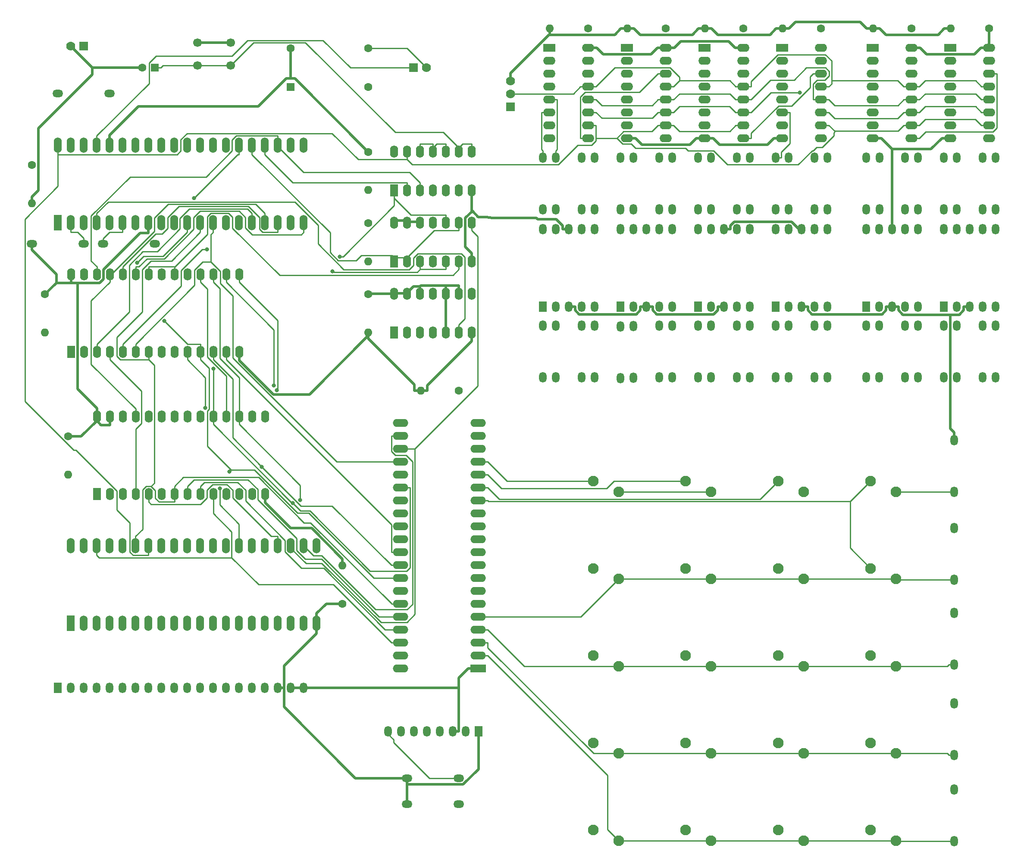
<source format=gbl>
%TF.GenerationSoftware,KiCad,Pcbnew,7.0.10*%
%TF.CreationDate,2024-02-11T14:37:49+13:00*%
%TF.ProjectId,Alius_6502,416c6975-735f-4363-9530-322e6b696361,rev?*%
%TF.SameCoordinates,Original*%
%TF.FileFunction,Copper,L2,Bot*%
%TF.FilePolarity,Positive*%
%FSLAX46Y46*%
G04 Gerber Fmt 4.6, Leading zero omitted, Abs format (unit mm)*
G04 Created by KiCad (PCBNEW 7.0.10) date 2024-02-11 14:37:49*
%MOMM*%
%LPD*%
G01*
G04 APERTURE LIST*
%TA.AperFunction,ComponentPad*%
%ADD10R,1.500000X2.100000*%
%TD*%
%TA.AperFunction,ComponentPad*%
%ADD11O,1.500000X2.100000*%
%TD*%
%TA.AperFunction,ComponentPad*%
%ADD12C,1.600000*%
%TD*%
%TA.AperFunction,ComponentPad*%
%ADD13O,1.600000X1.600000*%
%TD*%
%TA.AperFunction,ComponentPad*%
%ADD14R,1.600000X1.600000*%
%TD*%
%TA.AperFunction,ComponentPad*%
%ADD15R,2.400000X1.600000*%
%TD*%
%TA.AperFunction,ComponentPad*%
%ADD16O,2.400000X1.600000*%
%TD*%
%TA.AperFunction,ComponentPad*%
%ADD17C,2.100000*%
%TD*%
%TA.AperFunction,ComponentPad*%
%ADD18R,1.600000X2.400000*%
%TD*%
%TA.AperFunction,ComponentPad*%
%ADD19O,1.600000X2.400000*%
%TD*%
%TA.AperFunction,ComponentPad*%
%ADD20O,2.100000X1.500000*%
%TD*%
%TA.AperFunction,ComponentPad*%
%ADD21R,1.778000X1.778000*%
%TD*%
%TA.AperFunction,ComponentPad*%
%ADD22C,1.778000*%
%TD*%
%TA.AperFunction,ComponentPad*%
%ADD23R,1.524000X3.048000*%
%TD*%
%TA.AperFunction,ComponentPad*%
%ADD24O,1.524000X3.048000*%
%TD*%
%TA.AperFunction,ComponentPad*%
%ADD25C,1.700000*%
%TD*%
%TA.AperFunction,ComponentPad*%
%ADD26R,3.048000X1.524000*%
%TD*%
%TA.AperFunction,ComponentPad*%
%ADD27O,3.048000X1.524000*%
%TD*%
%TA.AperFunction,ViaPad*%
%ADD28C,0.800000*%
%TD*%
%TA.AperFunction,Conductor*%
%ADD29C,0.500000*%
%TD*%
%TA.AperFunction,Conductor*%
%ADD30C,0.250000*%
%TD*%
G04 APERTURE END LIST*
D10*
%TO.P,J4,1,Pin_1*%
%TO.N,VCC*%
X115611141Y-163510000D03*
D11*
%TO.P,J4,2,Pin_2*%
%TO.N,unconnected-(J4-Pin_2-Pad2)*%
X113071141Y-163510000D03*
%TO.P,J4,3,Pin_3*%
%TO.N,GND*%
X110531141Y-163510000D03*
%TO.P,J4,4,Pin_4*%
%TO.N,SPI_CLK*%
X107991141Y-163510000D03*
%TO.P,J4,5,Pin_5*%
%TO.N,SPI_MISO*%
X105451141Y-163510000D03*
%TO.P,J4,6,Pin_6*%
%TO.N,SPI_MOSI*%
X102911141Y-163510000D03*
%TO.P,J4,7,Pin_7*%
%TO.N,SD_Card_CS*%
X100371141Y-163510000D03*
%TO.P,J4,8,Pin_8*%
%TO.N,SD_Detect*%
X97831141Y-163510000D03*
%TD*%
D12*
%TO.P,C8,1*%
%TO.N,VCC*%
X30480000Y-77530000D03*
D13*
%TO.P,C8,2*%
%TO.N,GND*%
X30480000Y-85030000D03*
%TD*%
D11*
%TO.P,R44,1*%
%TO.N,Net-(U14-QA)*%
X214630000Y-50685000D03*
%TO.P,R44,2*%
%TO.N,Net-(LED6-A)*%
X214630000Y-60845000D03*
%TD*%
%TO.P,R41,1*%
%TO.N,Net-(U13-QF)*%
X194390000Y-50685000D03*
%TO.P,R41,2*%
%TO.N,Net-(LED5-F)*%
X194390000Y-60845000D03*
%TD*%
%TO.P,R14,1*%
%TO.N,Net-(U10-QC)*%
X151130000Y-93865000D03*
%TO.P,R14,2*%
%TO.N,Net-(LED2-C)*%
X151130000Y-83705000D03*
%TD*%
%TO.P,R31,1*%
%TO.N,Net-(U12-QD)*%
X176530000Y-93865000D03*
%TO.P,R31,2*%
%TO.N,Net-(LED4-D)*%
X176530000Y-83705000D03*
%TD*%
%TO.P,R27,1*%
%TO.N,Net-(U11-QH)*%
X168910000Y-93865000D03*
%TO.P,R27,2*%
%TO.N,Net-(LED3-DP)*%
X168910000Y-83705000D03*
%TD*%
D14*
%TO.P,C1,1*%
%TO.N,RESET_BTN*%
X52070000Y-33020000D03*
D12*
%TO.P,C1,2*%
%TO.N,GND*%
X49570000Y-33020000D03*
%TD*%
D15*
%TO.P,U14,1,QB*%
%TO.N,Net-(U14-QB)*%
X208280000Y-29095000D03*
D16*
%TO.P,U14,2,QC*%
%TO.N,Net-(U14-QC)*%
X208280000Y-31635000D03*
%TO.P,U14,3,QD*%
%TO.N,Net-(U14-QD)*%
X208280000Y-34175000D03*
%TO.P,U14,4,QE*%
%TO.N,Net-(U14-QE)*%
X208280000Y-36715000D03*
%TO.P,U14,5,QF*%
%TO.N,Net-(U14-QF)*%
X208280000Y-39255000D03*
%TO.P,U14,6,QG*%
%TO.N,Net-(U14-QG)*%
X208280000Y-41795000D03*
%TO.P,U14,7,QH*%
%TO.N,Net-(U14-QH)*%
X208280000Y-44335000D03*
%TO.P,U14,8,GND*%
%TO.N,GND*%
X208280000Y-46875000D03*
%TO.P,U14,9,QH'*%
%TO.N,unconnected-(U14-QH'-Pad9)*%
X215900000Y-46875000D03*
%TO.P,U14,10,~{SRCLR}*%
%TO.N,RESET*%
X215900000Y-44335000D03*
%TO.P,U14,11,SRCLK*%
%TO.N,SPI_CLK*%
X215900000Y-41795000D03*
%TO.P,U14,12,RCLK*%
%TO.N,7Seg_CS*%
X215900000Y-39255000D03*
%TO.P,U14,13,~{OE}*%
%TO.N,7seg_OE*%
X215900000Y-36715000D03*
%TO.P,U14,14,SER*%
%TO.N,Net-(U13-QH')*%
X215900000Y-34175000D03*
%TO.P,U14,15,QA*%
%TO.N,Net-(U14-QA)*%
X215900000Y-31635000D03*
%TO.P,U14,16,VCC*%
%TO.N,VCC*%
X215900000Y-29095000D03*
%TD*%
D11*
%TO.P,R39,1*%
%TO.N,Net-(U13-QD)*%
X194310000Y-93865000D03*
%TO.P,R39,2*%
%TO.N,Net-(LED5-D)*%
X194310000Y-83705000D03*
%TD*%
D17*
%TO.P,SW_C1,1,1*%
%TO.N,KeyRow5*%
X143129000Y-116390000D03*
%TO.P,SW_C1,2,2*%
%TO.N,KeyCol1*%
X138129000Y-114290000D03*
%TD*%
D18*
%TO.P,U3,1,1Y*%
%TO.N,ROM_CS*%
X99055000Y-57140000D03*
D19*
%TO.P,U3,2,1A*%
%TO.N,/A14*%
X101595000Y-57140000D03*
%TO.P,U3,3,1B*%
%TO.N,/A13*%
X104135000Y-57140000D03*
%TO.P,U3,4,2Y*%
%TO.N,unconnected-(U3-2Y-Pad4)*%
X106675000Y-57140000D03*
%TO.P,U3,5,2A*%
%TO.N,VCC*%
X109215000Y-57140000D03*
%TO.P,U3,6,2B*%
X111755000Y-57140000D03*
%TO.P,U3,7,GND*%
%TO.N,GND*%
X114295000Y-57140000D03*
%TO.P,U3,8,3A*%
%TO.N,RESET_BTN*%
X114295000Y-49520000D03*
%TO.P,U3,9,3B*%
X111755000Y-49520000D03*
%TO.P,U3,10,3Y*%
%TO.N,Net-(U3-3Y)*%
X109215000Y-49520000D03*
%TO.P,U3,11,4A*%
X106675000Y-49520000D03*
%TO.P,U3,12,4B*%
X104135000Y-49520000D03*
%TO.P,U3,13,4Y*%
%TO.N,RESET*%
X101595000Y-49520000D03*
%TO.P,U3,14,VCC*%
%TO.N,VCC*%
X99055000Y-49520000D03*
%TD*%
D11*
%TO.P,R54,1*%
%TO.N,KeyRow3*%
X209029000Y-150350000D03*
%TO.P,R54,2*%
%TO.N,GND*%
X209029000Y-140190000D03*
%TD*%
D17*
%TO.P,SW_4,1,1*%
%TO.N,KeyRow3*%
X143129000Y-150680000D03*
%TO.P,SW_4,2,2*%
%TO.N,KeyCol1*%
X138129000Y-148580000D03*
%TD*%
D11*
%TO.P,R4,1*%
%TO.N,Net-(U9-QA)*%
X135890000Y-50685000D03*
%TO.P,R4,2*%
%TO.N,Net-(LED1-A)*%
X135890000Y-60845000D03*
%TD*%
%TO.P,R34,1*%
%TO.N,Net-(U12-QG)*%
X173990000Y-50685000D03*
%TO.P,R34,2*%
%TO.N,Net-(LED4-G)*%
X173990000Y-60845000D03*
%TD*%
%TO.P,R46,1*%
%TO.N,Net-(U14-QC)*%
X214630000Y-93865000D03*
%TO.P,R46,2*%
%TO.N,Net-(LED6-C)*%
X214630000Y-83705000D03*
%TD*%
%TO.P,R28,1*%
%TO.N,Net-(U12-QA)*%
X181610000Y-50685000D03*
%TO.P,R28,2*%
%TO.N,Net-(LED4-A)*%
X181610000Y-60845000D03*
%TD*%
D15*
%TO.P,U13,1,QB*%
%TO.N,Net-(U13-QB)*%
X193040000Y-29095000D03*
D16*
%TO.P,U13,2,QC*%
%TO.N,Net-(U13-QC)*%
X193040000Y-31635000D03*
%TO.P,U13,3,QD*%
%TO.N,Net-(U13-QD)*%
X193040000Y-34175000D03*
%TO.P,U13,4,QE*%
%TO.N,Net-(U13-QE)*%
X193040000Y-36715000D03*
%TO.P,U13,5,QF*%
%TO.N,Net-(U13-QF)*%
X193040000Y-39255000D03*
%TO.P,U13,6,QG*%
%TO.N,Net-(U13-QG)*%
X193040000Y-41795000D03*
%TO.P,U13,7,QH*%
%TO.N,Net-(U13-QH)*%
X193040000Y-44335000D03*
%TO.P,U13,8,GND*%
%TO.N,GND*%
X193040000Y-46875000D03*
%TO.P,U13,9,QH'*%
%TO.N,Net-(U13-QH')*%
X200660000Y-46875000D03*
%TO.P,U13,10,~{SRCLR}*%
%TO.N,RESET*%
X200660000Y-44335000D03*
%TO.P,U13,11,SRCLK*%
%TO.N,SPI_CLK*%
X200660000Y-41795000D03*
%TO.P,U13,12,RCLK*%
%TO.N,7Seg_CS*%
X200660000Y-39255000D03*
%TO.P,U13,13,~{OE}*%
%TO.N,7seg_OE*%
X200660000Y-36715000D03*
%TO.P,U13,14,SER*%
%TO.N,Net-(U12-QH')*%
X200660000Y-34175000D03*
%TO.P,U13,15,QA*%
%TO.N,Net-(U13-QA)*%
X200660000Y-31635000D03*
%TO.P,U13,16,VCC*%
%TO.N,VCC*%
X200660000Y-29095000D03*
%TD*%
D11*
%TO.P,R19,1*%
%TO.N,Net-(U10-QH)*%
X153670000Y-93865000D03*
%TO.P,R19,2*%
%TO.N,Net-(LED2-DP)*%
X153670000Y-83705000D03*
%TD*%
D17*
%TO.P,SW_A1,1,1*%
%TO.N,KeyRow4*%
X179451000Y-133535000D03*
%TO.P,SW_A1,2,2*%
%TO.N,KeyCol3*%
X174451000Y-131435000D03*
%TD*%
D11*
%TO.P,R7,1*%
%TO.N,Net-(U9-QD)*%
X130810000Y-93865000D03*
%TO.P,R7,2*%
%TO.N,Net-(LED1-D)*%
X130810000Y-83705000D03*
%TD*%
D20*
%TO.P,R2,1*%
%TO.N,VCC*%
X52070000Y-67644900D03*
%TO.P,R2,2*%
%TO.N,Net-(U1-NMIB)*%
X41910000Y-67644900D03*
%TD*%
D11*
%TO.P,R23,1*%
%TO.N,Net-(U11-QD)*%
X161290000Y-93865000D03*
%TO.P,R23,2*%
%TO.N,Net-(LED3-D)*%
X161290000Y-83705000D03*
%TD*%
%TO.P,R9,1*%
%TO.N,Net-(U9-QF)*%
X130810000Y-50685000D03*
%TO.P,R9,2*%
%TO.N,Net-(LED1-F)*%
X130810000Y-60845000D03*
%TD*%
D12*
%TO.P,C12,1*%
%TO.N,VCC*%
X167580000Y-25285000D03*
D13*
%TO.P,C12,2*%
%TO.N,GND*%
X160080000Y-25285000D03*
%TD*%
D11*
%TO.P,R49,1*%
%TO.N,Net-(U14-QF)*%
X209550000Y-50685000D03*
%TO.P,R49,2*%
%TO.N,Net-(LED6-F)*%
X209550000Y-60845000D03*
%TD*%
%TO.P,R33,1*%
%TO.N,Net-(U12-QF)*%
X176530000Y-50685000D03*
%TO.P,R33,2*%
%TO.N,Net-(LED4-F)*%
X176530000Y-60845000D03*
%TD*%
%TO.P,R26,1*%
%TO.N,Net-(U11-QG)*%
X158750000Y-50685000D03*
%TO.P,R26,2*%
%TO.N,Net-(LED3-G)*%
X158750000Y-60845000D03*
%TD*%
D20*
%TO.P,R57,1*%
%TO.N,SPI_MISO*%
X111760000Y-177800000D03*
%TO.P,R57,2*%
%TO.N,VCC*%
X101600000Y-177800000D03*
%TD*%
D11*
%TO.P,R11,1*%
%TO.N,Net-(U9-QH)*%
X138430000Y-93865000D03*
%TO.P,R11,2*%
%TO.N,Net-(LED1-DP)*%
X138430000Y-83705000D03*
%TD*%
D21*
%TO.P,J3,1,Pin_1*%
%TO.N,VCC*%
X38081200Y-28774500D03*
D22*
%TO.P,J3,2,Pin_2*%
%TO.N,GND*%
X35541200Y-28774500D03*
%TD*%
D12*
%TO.P,C9,1*%
%TO.N,VCC*%
X27940000Y-52130000D03*
D13*
%TO.P,C9,2*%
%TO.N,GND*%
X27940000Y-59630000D03*
%TD*%
D12*
%TO.P,C15,1*%
%TO.N,VCC*%
X215840000Y-25285000D03*
D13*
%TO.P,C15,2*%
%TO.N,GND*%
X208340000Y-25285000D03*
%TD*%
D11*
%TO.P,R35,1*%
%TO.N,Net-(U12-QH)*%
X184150000Y-93865000D03*
%TO.P,R35,2*%
%TO.N,Net-(LED4-DP)*%
X184150000Y-83705000D03*
%TD*%
D18*
%TO.P,U5,1,1A*%
%TO.N,IRQ_A*%
X99055000Y-85080000D03*
D19*
%TO.P,U5,2,1B*%
%TO.N,IRQ_B*%
X101595000Y-85080000D03*
%TO.P,U5,3,NC*%
%TO.N,unconnected-(U5-NC-Pad3)*%
X104135000Y-85080000D03*
%TO.P,U5,4,1C*%
%TO.N,VCC*%
X106675000Y-85080000D03*
%TO.P,U5,5,1D*%
X109215000Y-85080000D03*
%TO.P,U5,6,1Y*%
%TO.N,IRQ*%
X111755000Y-85080000D03*
%TO.P,U5,7,GND*%
%TO.N,GND*%
X114295000Y-85080000D03*
%TO.P,U5,8,2Y*%
%TO.N,unconnected-(U5-2Y-Pad8)*%
X114295000Y-77460000D03*
%TO.P,U5,9,2A*%
%TO.N,VCC*%
X111755000Y-77460000D03*
%TO.P,U5,10,2B*%
X109215000Y-77460000D03*
%TO.P,U5,11,NC*%
%TO.N,unconnected-(U5-NC-Pad11)*%
X106675000Y-77460000D03*
%TO.P,U5,12,2C*%
%TO.N,VCC*%
X104135000Y-77460000D03*
%TO.P,U5,13,2D*%
X101595000Y-77460000D03*
%TO.P,U5,14,VCC*%
X99055000Y-77460000D03*
%TD*%
D17*
%TO.P,SW_E1,1,1*%
%TO.N,KeyRow5*%
X179451000Y-116390000D03*
%TO.P,SW_E1,2,2*%
%TO.N,KeyCol3*%
X174451000Y-114290000D03*
%TD*%
D11*
%TO.P,R51,1*%
%TO.N,Net-(U14-QH)*%
X217170000Y-93865000D03*
%TO.P,R51,2*%
%TO.N,Net-(LED6-DP)*%
X217170000Y-83705000D03*
%TD*%
%TO.P,R52,1*%
%TO.N,KeyRow5*%
X209029000Y-116365000D03*
%TO.P,R52,2*%
%TO.N,GND*%
X209029000Y-106205000D03*
%TD*%
%TO.P,R25,1*%
%TO.N,Net-(U11-QF)*%
X161290000Y-50685000D03*
%TO.P,R25,2*%
%TO.N,Net-(LED3-F)*%
X161290000Y-60845000D03*
%TD*%
%TO.P,R17,1*%
%TO.N,Net-(U10-QF)*%
X146050000Y-50685000D03*
%TO.P,R17,2*%
%TO.N,Net-(LED2-F)*%
X146050000Y-60845000D03*
%TD*%
%TO.P,R5,1*%
%TO.N,Net-(U9-QB)*%
X138430000Y-50685000D03*
%TO.P,R5,2*%
%TO.N,Net-(LED1-B)*%
X138430000Y-60845000D03*
%TD*%
D20*
%TO.P,R58,1*%
%TO.N,VCC*%
X101600000Y-172720000D03*
%TO.P,R58,2*%
%TO.N,SD_Detect*%
X111760000Y-172720000D03*
%TD*%
D11*
%TO.P,R20,1*%
%TO.N,Net-(U11-QA)*%
X166370000Y-50685000D03*
%TO.P,R20,2*%
%TO.N,Net-(LED3-A)*%
X166370000Y-60845000D03*
%TD*%
D21*
%TO.P,J1,1,Pin_1*%
%TO.N,CLOCK*%
X102870000Y-33020000D03*
D22*
%TO.P,J1,2,Pin_2*%
%TO.N,Net-(J1-Pin_2)*%
X105410000Y-33020000D03*
%TD*%
D12*
%TO.P,C13,1*%
%TO.N,VCC*%
X182820000Y-25285000D03*
D13*
%TO.P,C13,2*%
%TO.N,GND*%
X175320000Y-25285000D03*
%TD*%
D18*
%TO.P,U4,1,A14*%
%TO.N,/A14*%
X40650000Y-116820000D03*
D19*
%TO.P,U4,2,A12*%
%TO.N,/A12*%
X43190000Y-116820000D03*
%TO.P,U4,3,A7*%
%TO.N,/A7*%
X45730000Y-116820000D03*
%TO.P,U4,4,A6*%
%TO.N,/A6*%
X48270000Y-116820000D03*
%TO.P,U4,5,A5*%
%TO.N,/A5*%
X50810000Y-116820000D03*
%TO.P,U4,6,A4*%
%TO.N,/A4*%
X53350000Y-116820000D03*
%TO.P,U4,7,A3*%
%TO.N,/A3*%
X55890000Y-116820000D03*
%TO.P,U4,8,A2*%
%TO.N,/A2*%
X58430000Y-116820000D03*
%TO.P,U4,9,A1*%
%TO.N,/A1*%
X60970000Y-116820000D03*
%TO.P,U4,10,A0*%
%TO.N,/A0*%
X63510000Y-116820000D03*
%TO.P,U4,11,D0*%
%TO.N,/D0*%
X66050000Y-116820000D03*
%TO.P,U4,12,D1*%
%TO.N,/D1*%
X68590000Y-116820000D03*
%TO.P,U4,13,D2*%
%TO.N,/D2*%
X71130000Y-116820000D03*
%TO.P,U4,14,GND*%
%TO.N,GND*%
X73670000Y-116820000D03*
%TO.P,U4,15,D3*%
%TO.N,/D3*%
X73670000Y-101580000D03*
%TO.P,U4,16,D4*%
%TO.N,/D4*%
X71130000Y-101580000D03*
%TO.P,U4,17,D5*%
%TO.N,/D5*%
X68590000Y-101580000D03*
%TO.P,U4,18,D6*%
%TO.N,/D6*%
X66050000Y-101580000D03*
%TO.P,U4,19,D7*%
%TO.N,/D7*%
X63510000Y-101580000D03*
%TO.P,U4,20,~{CS}*%
%TO.N,ROM_CS*%
X60970000Y-101580000D03*
%TO.P,U4,21,A10*%
%TO.N,/A10*%
X58430000Y-101580000D03*
%TO.P,U4,22,~{OE}*%
%TO.N,ROM_OE*%
X55890000Y-101580000D03*
%TO.P,U4,23,A11*%
%TO.N,/A11*%
X53350000Y-101580000D03*
%TO.P,U4,24,A9*%
%TO.N,/A9*%
X50810000Y-101580000D03*
%TO.P,U4,25,A8*%
%TO.N,/A8*%
X48270000Y-101580000D03*
%TO.P,U4,26,A13*%
%TO.N,/A13*%
X45730000Y-101580000D03*
%TO.P,U4,27,~{WE}*%
%TO.N,VCC*%
X43190000Y-101580000D03*
%TO.P,U4,28,VCC*%
X40650000Y-101580000D03*
%TD*%
D17*
%TO.P,SW_ENT1,1,1*%
%TO.N,KeyRow1*%
X197612000Y-184970000D03*
%TO.P,SW_ENT1,2,2*%
%TO.N,KeyCol4*%
X192612000Y-182870000D03*
%TD*%
D11*
%TO.P,R12,1*%
%TO.N,Net-(U10-QA)*%
X151130000Y-50685000D03*
%TO.P,R12,2*%
%TO.N,Net-(LED2-A)*%
X151130000Y-60845000D03*
%TD*%
D15*
%TO.P,U9,1,QB*%
%TO.N,Net-(U9-QB)*%
X129540000Y-29095000D03*
D16*
%TO.P,U9,2,QC*%
%TO.N,Net-(U9-QC)*%
X129540000Y-31635000D03*
%TO.P,U9,3,QD*%
%TO.N,Net-(U9-QD)*%
X129540000Y-34175000D03*
%TO.P,U9,4,QE*%
%TO.N,Net-(U9-QE)*%
X129540000Y-36715000D03*
%TO.P,U9,5,QF*%
%TO.N,Net-(U9-QF)*%
X129540000Y-39255000D03*
%TO.P,U9,6,QG*%
%TO.N,Net-(U9-QG)*%
X129540000Y-41795000D03*
%TO.P,U9,7,QH*%
%TO.N,Net-(U9-QH)*%
X129540000Y-44335000D03*
%TO.P,U9,8,GND*%
%TO.N,GND*%
X129540000Y-46875000D03*
%TO.P,U9,9,QH'*%
%TO.N,Net-(U10-SER)*%
X137160000Y-46875000D03*
%TO.P,U9,10,~{SRCLR}*%
%TO.N,RESET*%
X137160000Y-44335000D03*
%TO.P,U9,11,SRCLK*%
%TO.N,SPI_CLK*%
X137160000Y-41795000D03*
%TO.P,U9,12,RCLK*%
%TO.N,7Seg_CS*%
X137160000Y-39255000D03*
%TO.P,U9,13,~{OE}*%
%TO.N,7seg_OE*%
X137160000Y-36715000D03*
%TO.P,U9,14,SER*%
%TO.N,SPI_MOSI*%
X137160000Y-34175000D03*
%TO.P,U9,15,QA*%
%TO.N,Net-(U9-QA)*%
X137160000Y-31635000D03*
%TO.P,U9,16,VCC*%
%TO.N,VCC*%
X137160000Y-29095000D03*
%TD*%
D11*
%TO.P,R48,1*%
%TO.N,Net-(U14-QE)*%
X207010000Y-93865000D03*
%TO.P,R48,2*%
%TO.N,Net-(LED6-E)*%
X207010000Y-83705000D03*
%TD*%
D12*
%TO.P,C6,1*%
%TO.N,VCC*%
X93975000Y-49580000D03*
D13*
%TO.P,C6,2*%
%TO.N,GND*%
X93975000Y-57080000D03*
%TD*%
D21*
%TO.P,Display,1,1*%
%TO.N,DisplayPWM*%
X121869200Y-40665400D03*
D22*
%TO.P,Display,2,2*%
%TO.N,7seg_OE*%
X121869200Y-38125400D03*
%TO.P,Display,3,3*%
%TO.N,GND*%
X121869200Y-35585400D03*
%TD*%
D11*
%TO.P,R36,1*%
%TO.N,Net-(U13-QA)*%
X199390000Y-50685000D03*
%TO.P,R36,2*%
%TO.N,Net-(LED5-A)*%
X199390000Y-60845000D03*
%TD*%
%TO.P,R18,1*%
%TO.N,Net-(U10-QG)*%
X143510000Y-50685000D03*
%TO.P,R18,2*%
%TO.N,Net-(LED2-G)*%
X143510000Y-60845000D03*
%TD*%
%TO.P,R47,1*%
%TO.N,Net-(U14-QD)*%
X209550000Y-93865000D03*
%TO.P,R47,2*%
%TO.N,Net-(LED6-D)*%
X209550000Y-83705000D03*
%TD*%
%TO.P,R50,1*%
%TO.N,Net-(U14-QG)*%
X207010000Y-50685000D03*
%TO.P,R50,2*%
%TO.N,Net-(LED6-G)*%
X207010000Y-60845000D03*
%TD*%
D10*
%TO.P,LED3,1,E*%
%TO.N,Net-(LED3-E)*%
X158750000Y-80010000D03*
D11*
%TO.P,LED3,2,D*%
%TO.N,Net-(LED3-D)*%
X161290000Y-80010000D03*
%TO.P,LED3,3,COMC1*%
%TO.N,GND*%
X163830000Y-80010000D03*
%TO.P,LED3,4,C*%
%TO.N,Net-(LED3-C)*%
X166370000Y-80010000D03*
%TO.P,LED3,5,DP*%
%TO.N,Net-(LED3-DP)*%
X168910000Y-80010000D03*
%TO.P,LED3,6,B*%
%TO.N,Net-(LED3-B)*%
X168910000Y-64770000D03*
%TO.P,LED3,7,A*%
%TO.N,Net-(LED3-A)*%
X166370000Y-64770000D03*
%TO.P,LED3,8,COMC2*%
%TO.N,GND*%
X163830000Y-64770000D03*
%TO.P,LED3,9,F*%
%TO.N,Net-(LED3-F)*%
X161290000Y-64770000D03*
%TO.P,LED3,10,G*%
%TO.N,Net-(LED3-G)*%
X158750000Y-64770000D03*
%TD*%
%TO.P,R16,1*%
%TO.N,Net-(U10-QE)*%
X143510000Y-94035000D03*
%TO.P,R16,2*%
%TO.N,Net-(LED2-E)*%
X143510000Y-83875000D03*
%TD*%
D15*
%TO.P,U10,1,QB*%
%TO.N,Net-(U10-QB)*%
X144780000Y-29095000D03*
D16*
%TO.P,U10,2,QC*%
%TO.N,Net-(U10-QC)*%
X144780000Y-31635000D03*
%TO.P,U10,3,QD*%
%TO.N,Net-(U10-QD)*%
X144780000Y-34175000D03*
%TO.P,U10,4,QE*%
%TO.N,Net-(U10-QE)*%
X144780000Y-36715000D03*
%TO.P,U10,5,QF*%
%TO.N,Net-(U10-QF)*%
X144780000Y-39255000D03*
%TO.P,U10,6,QG*%
%TO.N,Net-(U10-QG)*%
X144780000Y-41795000D03*
%TO.P,U10,7,QH*%
%TO.N,Net-(U10-QH)*%
X144780000Y-44335000D03*
%TO.P,U10,8,GND*%
%TO.N,GND*%
X144780000Y-46875000D03*
%TO.P,U10,9,QH'*%
%TO.N,Net-(U10-QH')*%
X152400000Y-46875000D03*
%TO.P,U10,10,~{SRCLR}*%
%TO.N,RESET*%
X152400000Y-44335000D03*
%TO.P,U10,11,SRCLK*%
%TO.N,SPI_CLK*%
X152400000Y-41795000D03*
%TO.P,U10,12,RCLK*%
%TO.N,7Seg_CS*%
X152400000Y-39255000D03*
%TO.P,U10,13,~{OE}*%
%TO.N,7seg_OE*%
X152400000Y-36715000D03*
%TO.P,U10,14,SER*%
%TO.N,Net-(U10-SER)*%
X152400000Y-34175000D03*
%TO.P,U10,15,QA*%
%TO.N,Net-(U10-QA)*%
X152400000Y-31635000D03*
%TO.P,U10,16,VCC*%
%TO.N,VCC*%
X152400000Y-29095000D03*
%TD*%
D15*
%TO.P,U11,1,QB*%
%TO.N,Net-(U11-QB)*%
X160020000Y-29095000D03*
D16*
%TO.P,U11,2,QC*%
%TO.N,Net-(U11-QC)*%
X160020000Y-31635000D03*
%TO.P,U11,3,QD*%
%TO.N,Net-(U11-QD)*%
X160020000Y-34175000D03*
%TO.P,U11,4,QE*%
%TO.N,Net-(U11-QE)*%
X160020000Y-36715000D03*
%TO.P,U11,5,QF*%
%TO.N,Net-(U11-QF)*%
X160020000Y-39255000D03*
%TO.P,U11,6,QG*%
%TO.N,Net-(U11-QG)*%
X160020000Y-41795000D03*
%TO.P,U11,7,QH*%
%TO.N,Net-(U11-QH)*%
X160020000Y-44335000D03*
%TO.P,U11,8,GND*%
%TO.N,GND*%
X160020000Y-46875000D03*
%TO.P,U11,9,QH'*%
%TO.N,Net-(U11-QH')*%
X167640000Y-46875000D03*
%TO.P,U11,10,~{SRCLR}*%
%TO.N,RESET*%
X167640000Y-44335000D03*
%TO.P,U11,11,SRCLK*%
%TO.N,SPI_CLK*%
X167640000Y-41795000D03*
%TO.P,U11,12,RCLK*%
%TO.N,7Seg_CS*%
X167640000Y-39255000D03*
%TO.P,U11,13,~{OE}*%
%TO.N,7seg_OE*%
X167640000Y-36715000D03*
%TO.P,U11,14,SER*%
%TO.N,Net-(U10-QH')*%
X167640000Y-34175000D03*
%TO.P,U11,15,QA*%
%TO.N,Net-(U11-QA)*%
X167640000Y-31635000D03*
%TO.P,U11,16,VCC*%
%TO.N,VCC*%
X167640000Y-29095000D03*
%TD*%
D18*
%TO.P,U6,1,A14*%
%TO.N,/A14*%
X35570000Y-88880000D03*
D19*
%TO.P,U6,2,A12*%
%TO.N,/A12*%
X38110000Y-88880000D03*
%TO.P,U6,3,A7*%
%TO.N,/A7*%
X40650000Y-88880000D03*
%TO.P,U6,4,A6*%
%TO.N,/A6*%
X43190000Y-88880000D03*
%TO.P,U6,5,A5*%
%TO.N,/A5*%
X45730000Y-88880000D03*
%TO.P,U6,6,A4*%
%TO.N,/A4*%
X48270000Y-88880000D03*
%TO.P,U6,7,A3*%
%TO.N,/A3*%
X50810000Y-88880000D03*
%TO.P,U6,8,A2*%
%TO.N,/A2*%
X53350000Y-88880000D03*
%TO.P,U6,9,A1*%
%TO.N,/A1*%
X55890000Y-88880000D03*
%TO.P,U6,10,A0*%
%TO.N,/A0*%
X58430000Y-88880000D03*
%TO.P,U6,11,D0*%
%TO.N,/D0*%
X60970000Y-88880000D03*
%TO.P,U6,12,D1*%
%TO.N,/D1*%
X63510000Y-88880000D03*
%TO.P,U6,13,D2*%
%TO.N,/D2*%
X66050000Y-88880000D03*
%TO.P,U6,14,GND*%
%TO.N,GND*%
X68590000Y-88880000D03*
%TO.P,U6,15,D3*%
%TO.N,/D3*%
X68590000Y-73640000D03*
%TO.P,U6,16,D4*%
%TO.N,/D4*%
X66050000Y-73640000D03*
%TO.P,U6,17,D5*%
%TO.N,/D5*%
X63510000Y-73640000D03*
%TO.P,U6,18,D6*%
%TO.N,/D6*%
X60970000Y-73640000D03*
%TO.P,U6,19,D7*%
%TO.N,/D7*%
X58430000Y-73640000D03*
%TO.P,U6,20,~{CS}*%
%TO.N,RAM_OE*%
X55890000Y-73640000D03*
%TO.P,U6,21,A10*%
%TO.N,/A10*%
X53350000Y-73640000D03*
%TO.P,U6,22,~{OE}*%
%TO.N,RAM_OE*%
X50810000Y-73640000D03*
%TO.P,U6,23,A11*%
%TO.N,/A11*%
X48270000Y-73640000D03*
%TO.P,U6,24,A9*%
%TO.N,/A9*%
X45730000Y-73640000D03*
%TO.P,U6,25,A8*%
%TO.N,/A8*%
X43190000Y-73640000D03*
%TO.P,U6,26,A13*%
%TO.N,/A13*%
X40650000Y-73640000D03*
%TO.P,U6,27,~{WE}*%
%TO.N,RW*%
X38110000Y-73640000D03*
%TO.P,U6,28,VCC*%
%TO.N,VCC*%
X35570000Y-73640000D03*
%TD*%
D17*
%TO.P,SW_6,1,1*%
%TO.N,KeyRow3*%
X179451000Y-150680000D03*
%TO.P,SW_6,2,2*%
%TO.N,KeyCol3*%
X174451000Y-148580000D03*
%TD*%
D11*
%TO.P,R21,1*%
%TO.N,Net-(U11-QB)*%
X168910000Y-50685000D03*
%TO.P,R21,2*%
%TO.N,Net-(LED3-B)*%
X168910000Y-60845000D03*
%TD*%
D18*
%TO.P,U2,1,1A*%
%TO.N,/A15*%
X99055000Y-71110000D03*
D19*
%TO.P,U2,2,1B*%
X101595000Y-71110000D03*
%TO.P,U2,3,1Y*%
%TO.N,ROM_OE*%
X104135000Y-71110000D03*
%TO.P,U2,4,2A*%
%TO.N,CLOCK*%
X106675000Y-71110000D03*
%TO.P,U2,5,2B*%
%TO.N,ROM_OE*%
X109215000Y-71110000D03*
%TO.P,U2,6,2Y*%
%TO.N,RAM_OE*%
X111755000Y-71110000D03*
%TO.P,U2,7,GND*%
%TO.N,GND*%
X114295000Y-71110000D03*
%TO.P,U2,8,3Y*%
%TO.N,IO_CS*%
X114295000Y-63490000D03*
%TO.P,U2,9,3A*%
%TO.N,/A15*%
X111755000Y-63490000D03*
%TO.P,U2,10,3B*%
%TO.N,ROM_CS*%
X109215000Y-63490000D03*
%TO.P,U2,11,4Y*%
%TO.N,unconnected-(U2-4Y-Pad11)*%
X106675000Y-63490000D03*
%TO.P,U2,12,4A*%
%TO.N,VCC*%
X104135000Y-63490000D03*
%TO.P,U2,13,4B*%
X101595000Y-63490000D03*
%TO.P,U2,14,VCC*%
X99055000Y-63490000D03*
%TD*%
D11*
%TO.P,R22,1*%
%TO.N,Net-(U11-QC)*%
X166370000Y-93865000D03*
%TO.P,R22,2*%
%TO.N,Net-(LED3-C)*%
X166370000Y-83705000D03*
%TD*%
D23*
%TO.P,U7,1,GND*%
%TO.N,GND*%
X35560000Y-142240000D03*
D24*
%TO.P,U7,2,PA0*%
%TO.N,Net-(J2-Pin_1)*%
X38100000Y-142240000D03*
%TO.P,U7,3,PA1*%
%TO.N,Net-(J2-Pin_2)*%
X40640000Y-142240000D03*
%TO.P,U7,4,PA2*%
%TO.N,Net-(J2-Pin_3)*%
X43180000Y-142240000D03*
%TO.P,U7,5,PA3*%
%TO.N,Net-(J2-Pin_4)*%
X45720000Y-142240000D03*
%TO.P,U7,6,PA4*%
%TO.N,Net-(J2-Pin_5)*%
X48260000Y-142240000D03*
%TO.P,U7,7,PA5*%
%TO.N,Net-(J2-Pin_6)*%
X50800000Y-142240000D03*
%TO.P,U7,8,PA6*%
%TO.N,Net-(J2-Pin_7)*%
X53340000Y-142240000D03*
%TO.P,U7,9,PA7*%
%TO.N,Net-(J2-Pin_8)*%
X55880000Y-142240000D03*
%TO.P,U7,10,PB0*%
%TO.N,Net-(J2-Pin_9)*%
X58420000Y-142240000D03*
%TO.P,U7,11,PB1*%
%TO.N,Net-(J2-Pin_10)*%
X60960000Y-142240000D03*
%TO.P,U7,12,PB2*%
%TO.N,Net-(J2-Pin_11)*%
X63500000Y-142240000D03*
%TO.P,U7,13,PB3*%
%TO.N,Net-(J2-Pin_12)*%
X66040000Y-142240000D03*
%TO.P,U7,14,PB4*%
%TO.N,Net-(J2-Pin_13)*%
X68580000Y-142240000D03*
%TO.P,U7,15,PB5*%
%TO.N,Net-(J2-Pin_14)*%
X71120000Y-142240000D03*
%TO.P,U7,16,PB6*%
%TO.N,Net-(J2-Pin_15)*%
X73660000Y-142240000D03*
%TO.P,U7,17,PB7*%
%TO.N,Net-(J2-Pin_16)*%
X76200000Y-142240000D03*
%TO.P,U7,18,CB1*%
%TO.N,unconnected-(U7-CB1-Pad18)*%
X78740000Y-142240000D03*
%TO.P,U7,19,CB2*%
%TO.N,unconnected-(U7-CB2-Pad19)*%
X81280000Y-142240000D03*
%TO.P,U7,20,VCC*%
%TO.N,VCC*%
X83820000Y-142240000D03*
%TO.P,U7,21,IRQB*%
%TO.N,IRQ_B*%
X83820000Y-127000000D03*
%TO.P,U7,22,RWB*%
%TO.N,RW*%
X81280000Y-127000000D03*
%TO.P,U7,23,CS2B*%
%TO.N,IO_CS*%
X78740000Y-127000000D03*
%TO.P,U7,24,CS1*%
%TO.N,/A5*%
X76200000Y-127000000D03*
%TO.P,U7,25,PHI2*%
%TO.N,CLOCK*%
X73660000Y-127000000D03*
%TO.P,U7,26,D7*%
%TO.N,/D7*%
X71120000Y-127000000D03*
%TO.P,U7,27,D6*%
%TO.N,/D6*%
X68580000Y-127000000D03*
%TO.P,U7,28,D5*%
%TO.N,/D5*%
X66040000Y-127000000D03*
%TO.P,U7,29,D4*%
%TO.N,/D4*%
X63500000Y-127000000D03*
%TO.P,U7,30,D3*%
%TO.N,/D3*%
X60960000Y-127000000D03*
%TO.P,U7,31,D2*%
%TO.N,/D2*%
X58420000Y-127000000D03*
%TO.P,U7,32,D1*%
%TO.N,/D1*%
X55880000Y-127000000D03*
%TO.P,U7,33,D0*%
%TO.N,/D0*%
X53340000Y-127000000D03*
%TO.P,U7,34,RESB*%
%TO.N,RESET*%
X50800000Y-127000000D03*
%TO.P,U7,35,RS3*%
%TO.N,/A3*%
X48260000Y-127000000D03*
%TO.P,U7,36,RS2*%
%TO.N,/A2*%
X45720000Y-127000000D03*
%TO.P,U7,37,RS1*%
%TO.N,/A1*%
X43180000Y-127000000D03*
%TO.P,U7,38,RS0*%
%TO.N,/A0*%
X40640000Y-127000000D03*
%TO.P,U7,39,CA2*%
%TO.N,unconnected-(U7-CA2-Pad39)*%
X38100000Y-127000000D03*
%TO.P,U7,40,CA1*%
%TO.N,unconnected-(U7-CA1-Pad40)*%
X35560000Y-127000000D03*
%TD*%
D12*
%TO.P,C5,1*%
%TO.N,VCC*%
X111760000Y-96520000D03*
D13*
%TO.P,C5,2*%
%TO.N,GND*%
X104260000Y-96520000D03*
%TD*%
D11*
%TO.P,R13,1*%
%TO.N,Net-(U10-QB)*%
X153670000Y-50685000D03*
%TO.P,R13,2*%
%TO.N,Net-(LED2-B)*%
X153670000Y-60845000D03*
%TD*%
D17*
%TO.P,SW_2,1,1*%
%TO.N,KeyRow2*%
X179451000Y-167825000D03*
%TO.P,SW_2,2,2*%
%TO.N,KeyCol3*%
X174451000Y-165725000D03*
%TD*%
D11*
%TO.P,R43,1*%
%TO.N,Net-(U13-QH)*%
X201930000Y-93865000D03*
%TO.P,R43,2*%
%TO.N,Net-(LED5-DP)*%
X201930000Y-83705000D03*
%TD*%
D17*
%TO.P,SW_8,1,1*%
%TO.N,KeyRow4*%
X143129000Y-133535000D03*
%TO.P,SW_8,2,2*%
%TO.N,KeyCol1*%
X138129000Y-131435000D03*
%TD*%
%TO.P,SW_5,1,1*%
%TO.N,KeyRow3*%
X161290000Y-150680000D03*
%TO.P,SW_5,2,2*%
%TO.N,KeyCol2*%
X156290000Y-148580000D03*
%TD*%
D20*
%TO.P,R3,1*%
%TO.N,VCC*%
X33020000Y-38100000D03*
%TO.P,R3,2*%
%TO.N,RESET_BTN*%
X43180000Y-38100000D03*
%TD*%
D12*
%TO.P,C14,1*%
%TO.N,VCC*%
X200600000Y-25285000D03*
D13*
%TO.P,C14,2*%
%TO.N,GND*%
X193100000Y-25285000D03*
%TD*%
D12*
%TO.P,C11,1*%
%TO.N,VCC*%
X152340000Y-25285000D03*
D13*
%TO.P,C11,2*%
%TO.N,GND*%
X144840000Y-25285000D03*
%TD*%
D10*
%TO.P,LED6,1,E*%
%TO.N,Net-(LED6-E)*%
X207010000Y-80010000D03*
D11*
%TO.P,LED6,2,D*%
%TO.N,Net-(LED6-D)*%
X209550000Y-80010000D03*
%TO.P,LED6,3,COMC1*%
%TO.N,GND*%
X212090000Y-80010000D03*
%TO.P,LED6,4,C*%
%TO.N,Net-(LED6-C)*%
X214630000Y-80010000D03*
%TO.P,LED6,5,DP*%
%TO.N,Net-(LED6-DP)*%
X217170000Y-80010000D03*
%TO.P,LED6,6,B*%
%TO.N,Net-(LED6-B)*%
X217170000Y-64770000D03*
%TO.P,LED6,7,A*%
%TO.N,Net-(LED6-A)*%
X214630000Y-64770000D03*
%TO.P,LED6,8,COMC2*%
%TO.N,GND*%
X212090000Y-64770000D03*
%TO.P,LED6,9,F*%
%TO.N,Net-(LED6-F)*%
X209550000Y-64770000D03*
%TO.P,LED6,10,G*%
%TO.N,Net-(LED6-G)*%
X207010000Y-64770000D03*
%TD*%
%TO.P,R53,1*%
%TO.N,KeyRow4*%
X209029000Y-133705000D03*
%TO.P,R53,2*%
%TO.N,GND*%
X209029000Y-123545000D03*
%TD*%
%TO.P,R40,1*%
%TO.N,Net-(U13-QE)*%
X191770000Y-93865000D03*
%TO.P,R40,2*%
%TO.N,Net-(LED5-E)*%
X191770000Y-83705000D03*
%TD*%
%TO.P,R29,1*%
%TO.N,Net-(U12-QB)*%
X184150000Y-50685000D03*
%TO.P,R29,2*%
%TO.N,Net-(LED4-B)*%
X184150000Y-60845000D03*
%TD*%
D15*
%TO.P,U12,1,QB*%
%TO.N,Net-(U12-QB)*%
X175260000Y-29095000D03*
D16*
%TO.P,U12,2,QC*%
%TO.N,Net-(U12-QC)*%
X175260000Y-31635000D03*
%TO.P,U12,3,QD*%
%TO.N,Net-(U12-QD)*%
X175260000Y-34175000D03*
%TO.P,U12,4,QE*%
%TO.N,Net-(U12-QE)*%
X175260000Y-36715000D03*
%TO.P,U12,5,QF*%
%TO.N,Net-(U12-QF)*%
X175260000Y-39255000D03*
%TO.P,U12,6,QG*%
%TO.N,Net-(U12-QG)*%
X175260000Y-41795000D03*
%TO.P,U12,7,QH*%
%TO.N,Net-(U12-QH)*%
X175260000Y-44335000D03*
%TO.P,U12,8,GND*%
%TO.N,GND*%
X175260000Y-46875000D03*
%TO.P,U12,9,QH'*%
%TO.N,Net-(U12-QH')*%
X182880000Y-46875000D03*
%TO.P,U12,10,~{SRCLR}*%
%TO.N,RESET*%
X182880000Y-44335000D03*
%TO.P,U12,11,SRCLK*%
%TO.N,SPI_CLK*%
X182880000Y-41795000D03*
%TO.P,U12,12,RCLK*%
%TO.N,7Seg_CS*%
X182880000Y-39255000D03*
%TO.P,U12,13,~{OE}*%
%TO.N,7seg_OE*%
X182880000Y-36715000D03*
%TO.P,U12,14,SER*%
%TO.N,Net-(U11-QH')*%
X182880000Y-34175000D03*
%TO.P,U12,15,QA*%
%TO.N,Net-(U12-QA)*%
X182880000Y-31635000D03*
%TO.P,U12,16,VCC*%
%TO.N,VCC*%
X182880000Y-29095000D03*
%TD*%
D17*
%TO.P,SW_1,1,1*%
%TO.N,KeyRow2*%
X161290000Y-167825000D03*
%TO.P,SW_1,2,2*%
%TO.N,KeyCol2*%
X156290000Y-165725000D03*
%TD*%
%TO.P,SW_W1,1,1*%
%TO.N,KeyRow1*%
X161290000Y-184970000D03*
%TO.P,SW_W1,2,2*%
%TO.N,KeyCol2*%
X156290000Y-182870000D03*
%TD*%
D14*
%TO.P,X1,1,NC*%
%TO.N,unconnected-(X1-NC-Pad1)*%
X78740000Y-36830000D03*
D12*
%TO.P,X1,7,GND*%
%TO.N,GND*%
X93980000Y-36830000D03*
%TO.P,X1,8,OUT*%
%TO.N,Net-(J1-Pin_2)*%
X93980000Y-29210000D03*
%TO.P,X1,14,Vcc*%
%TO.N,VCC*%
X78740000Y-29210000D03*
%TD*%
D11*
%TO.P,R6,1*%
%TO.N,Net-(U9-QC)*%
X135890000Y-93865000D03*
%TO.P,R6,2*%
%TO.N,Net-(LED1-C)*%
X135890000Y-83705000D03*
%TD*%
D25*
%TO.P,SW1,1,1*%
%TO.N,GND*%
X60454120Y-28073406D03*
X66954120Y-28073406D03*
%TO.P,SW1,2,2*%
%TO.N,RESET_BTN*%
X60454120Y-32573406D03*
X66954120Y-32573406D03*
%TD*%
D17*
%TO.P,SW_9,1,1*%
%TO.N,KeyRow4*%
X161290000Y-133535000D03*
%TO.P,SW_9,2,2*%
%TO.N,KeyCol2*%
X156290000Y-131435000D03*
%TD*%
D11*
%TO.P,R8,1*%
%TO.N,Net-(U9-QE)*%
X128270000Y-93865000D03*
%TO.P,R8,2*%
%TO.N,Net-(LED1-E)*%
X128270000Y-83705000D03*
%TD*%
%TO.P,R45,1*%
%TO.N,Net-(U14-QB)*%
X217170000Y-50685000D03*
%TO.P,R45,2*%
%TO.N,Net-(LED6-B)*%
X217170000Y-60845000D03*
%TD*%
%TO.P,R15,1*%
%TO.N,Net-(U10-QD)*%
X146050000Y-93950000D03*
%TO.P,R15,2*%
%TO.N,Net-(LED2-D)*%
X146050000Y-83790000D03*
%TD*%
D17*
%TO.P,SW_R1,1,1*%
%TO.N,KeyRow1*%
X143129000Y-184970000D03*
%TO.P,SW_R1,2,2*%
%TO.N,KeyCol1*%
X138129000Y-182870000D03*
%TD*%
D20*
%TO.P,R1,1*%
%TO.N,VCC*%
X27940000Y-67642200D03*
%TO.P,R1,2*%
%TO.N,Net-(U1-RDY)*%
X38100000Y-67642200D03*
%TD*%
D17*
%TO.P,SW_F1,1,1*%
%TO.N,KeyRow5*%
X197612000Y-116390000D03*
%TO.P,SW_F1,2,2*%
%TO.N,KeyCol4*%
X192612000Y-114290000D03*
%TD*%
D11*
%TO.P,R32,1*%
%TO.N,Net-(U12-QE)*%
X173990000Y-93865000D03*
%TO.P,R32,2*%
%TO.N,Net-(LED4-E)*%
X173990000Y-83705000D03*
%TD*%
%TO.P,R56,1*%
%TO.N,KeyRow1*%
X209029000Y-185030000D03*
%TO.P,R56,2*%
%TO.N,GND*%
X209029000Y-174870000D03*
%TD*%
D12*
%TO.P,C7,1*%
%TO.N,VCC*%
X93980000Y-77530000D03*
D13*
%TO.P,C7,2*%
%TO.N,GND*%
X93980000Y-85030000D03*
%TD*%
D12*
%TO.P,C2,1*%
%TO.N,VCC*%
X35023200Y-105485000D03*
D13*
%TO.P,C2,2*%
%TO.N,GND*%
X35023200Y-112985000D03*
%TD*%
D10*
%TO.P,LED5,1,E*%
%TO.N,Net-(LED5-E)*%
X191770000Y-80010000D03*
D11*
%TO.P,LED5,2,D*%
%TO.N,Net-(LED5-D)*%
X194310000Y-80010000D03*
%TO.P,LED5,3,COMC1*%
%TO.N,GND*%
X196850000Y-80010000D03*
%TO.P,LED5,4,C*%
%TO.N,Net-(LED5-C)*%
X199390000Y-80010000D03*
%TO.P,LED5,5,DP*%
%TO.N,Net-(LED5-DP)*%
X201930000Y-80010000D03*
%TO.P,LED5,6,B*%
%TO.N,Net-(LED5-B)*%
X201930000Y-64770000D03*
%TO.P,LED5,7,A*%
%TO.N,Net-(LED5-A)*%
X199390000Y-64770000D03*
%TO.P,LED5,8,COMC2*%
%TO.N,GND*%
X196850000Y-64770000D03*
%TO.P,LED5,9,F*%
%TO.N,Net-(LED5-F)*%
X194310000Y-64770000D03*
%TO.P,LED5,10,G*%
%TO.N,Net-(LED5-G)*%
X191770000Y-64770000D03*
%TD*%
D12*
%TO.P,C3,1*%
%TO.N,VCC*%
X88900000Y-138370000D03*
D13*
%TO.P,C3,2*%
%TO.N,GND*%
X88900000Y-130870000D03*
%TD*%
D11*
%TO.P,R24,1*%
%TO.N,Net-(U11-QE)*%
X158750000Y-93865000D03*
%TO.P,R24,2*%
%TO.N,Net-(LED3-E)*%
X158750000Y-83705000D03*
%TD*%
D12*
%TO.P,C4,1*%
%TO.N,VCC*%
X93980000Y-63560000D03*
D13*
%TO.P,C4,2*%
%TO.N,GND*%
X93980000Y-71060000D03*
%TD*%
D11*
%TO.P,R10,1*%
%TO.N,Net-(U9-QG)*%
X128270000Y-50685000D03*
%TO.P,R10,2*%
%TO.N,Net-(LED1-G)*%
X128270000Y-60845000D03*
%TD*%
D17*
%TO.P,SW_7,1,1*%
%TO.N,KeyRow3*%
X197612000Y-150680000D03*
%TO.P,SW_7,2,2*%
%TO.N,KeyCol4*%
X192612000Y-148580000D03*
%TD*%
D11*
%TO.P,R37,1*%
%TO.N,Net-(U13-QB)*%
X201930000Y-50685000D03*
%TO.P,R37,2*%
%TO.N,Net-(LED5-B)*%
X201930000Y-60845000D03*
%TD*%
%TO.P,R42,1*%
%TO.N,Net-(U13-QG)*%
X191770000Y-50685000D03*
%TO.P,R42,2*%
%TO.N,Net-(LED5-G)*%
X191770000Y-60845000D03*
%TD*%
%TO.P,R30,1*%
%TO.N,Net-(U12-QC)*%
X181610000Y-93865000D03*
%TO.P,R30,2*%
%TO.N,Net-(LED4-C)*%
X181610000Y-83705000D03*
%TD*%
D10*
%TO.P,J2,1,Pin_1*%
%TO.N,Net-(J2-Pin_1)*%
X33020000Y-154940000D03*
D11*
%TO.P,J2,2,Pin_2*%
%TO.N,Net-(J2-Pin_2)*%
X35560000Y-154940000D03*
%TO.P,J2,3,Pin_3*%
%TO.N,Net-(J2-Pin_3)*%
X38100000Y-154940000D03*
%TO.P,J2,4,Pin_4*%
%TO.N,Net-(J2-Pin_4)*%
X40640000Y-154940000D03*
%TO.P,J2,5,Pin_5*%
%TO.N,Net-(J2-Pin_5)*%
X43180000Y-154940000D03*
%TO.P,J2,6,Pin_6*%
%TO.N,Net-(J2-Pin_6)*%
X45720000Y-154940000D03*
%TO.P,J2,7,Pin_7*%
%TO.N,Net-(J2-Pin_7)*%
X48260000Y-154940000D03*
%TO.P,J2,8,Pin_8*%
%TO.N,Net-(J2-Pin_8)*%
X50800000Y-154940000D03*
%TO.P,J2,9,Pin_9*%
%TO.N,Net-(J2-Pin_9)*%
X53340000Y-154940000D03*
%TO.P,J2,10,Pin_10*%
%TO.N,Net-(J2-Pin_10)*%
X55880000Y-154940000D03*
%TO.P,J2,11,Pin_11*%
%TO.N,Net-(J2-Pin_11)*%
X58420000Y-154940000D03*
%TO.P,J2,12,Pin_12*%
%TO.N,Net-(J2-Pin_12)*%
X60960000Y-154940000D03*
%TO.P,J2,13,Pin_13*%
%TO.N,Net-(J2-Pin_13)*%
X63500000Y-154940000D03*
%TO.P,J2,14,Pin_14*%
%TO.N,Net-(J2-Pin_14)*%
X66040000Y-154940000D03*
%TO.P,J2,15,Pin_15*%
%TO.N,Net-(J2-Pin_15)*%
X68580000Y-154940000D03*
%TO.P,J2,16,Pin_16*%
%TO.N,Net-(J2-Pin_16)*%
X71120000Y-154940000D03*
%TO.P,J2,17,Pin_17*%
%TO.N,VCC*%
X73660000Y-154940000D03*
%TO.P,J2,18,Pin_18*%
X76200000Y-154940000D03*
%TO.P,J2,19,Pin_19*%
%TO.N,GND*%
X78740000Y-154940000D03*
%TO.P,J2,20,Pin_20*%
X81280000Y-154940000D03*
%TD*%
D17*
%TO.P,SW_B1,1,1*%
%TO.N,KeyRow4*%
X197612000Y-133535000D03*
%TO.P,SW_B1,2,2*%
%TO.N,KeyCol4*%
X192612000Y-131435000D03*
%TD*%
D10*
%TO.P,LED2,1,E*%
%TO.N,Net-(LED2-E)*%
X143510000Y-80010000D03*
D11*
%TO.P,LED2,2,D*%
%TO.N,Net-(LED2-D)*%
X146050000Y-80010000D03*
%TO.P,LED2,3,COMC1*%
%TO.N,GND*%
X148590000Y-80010000D03*
%TO.P,LED2,4,C*%
%TO.N,Net-(LED2-C)*%
X151130000Y-80010000D03*
%TO.P,LED2,5,DP*%
%TO.N,Net-(LED2-DP)*%
X153670000Y-80010000D03*
%TO.P,LED2,6,B*%
%TO.N,Net-(LED2-B)*%
X153670000Y-64770000D03*
%TO.P,LED2,7,A*%
%TO.N,Net-(LED2-A)*%
X151130000Y-64770000D03*
%TO.P,LED2,8,COMC2*%
%TO.N,GND*%
X148590000Y-64770000D03*
%TO.P,LED2,9,F*%
%TO.N,Net-(LED2-F)*%
X146050000Y-64770000D03*
%TO.P,LED2,10,G*%
%TO.N,Net-(LED2-G)*%
X143510000Y-64770000D03*
%TD*%
D23*
%TO.P,U1,1,VPB*%
%TO.N,unconnected-(U1-VPB-Pad1)*%
X33020000Y-63500000D03*
D24*
%TO.P,U1,2,RDY*%
%TO.N,Net-(U1-RDY)*%
X35560000Y-63500000D03*
%TO.P,U1,3,PHI1O*%
%TO.N,unconnected-(U1-PHI1O-Pad3)*%
X38100000Y-63500000D03*
%TO.P,U1,4,IRQB*%
%TO.N,IRQ*%
X40640000Y-63500000D03*
%TO.P,U1,5,MLB*%
%TO.N,unconnected-(U1-MLB-Pad5)*%
X43180000Y-63500000D03*
%TO.P,U1,6,NMIB*%
%TO.N,Net-(U1-NMIB)*%
X45720000Y-63500000D03*
%TO.P,U1,7,SYNC*%
%TO.N,unconnected-(U1-SYNC-Pad7)*%
X48260000Y-63500000D03*
%TO.P,U1,8,VCC*%
%TO.N,VCC*%
X50800000Y-63500000D03*
%TO.P,U1,9,A0*%
%TO.N,/A0*%
X53340000Y-63500000D03*
%TO.P,U1,10,A1*%
%TO.N,/A1*%
X55880000Y-63500000D03*
%TO.P,U1,11,A2*%
%TO.N,/A2*%
X58420000Y-63500000D03*
%TO.P,U1,12,A3*%
%TO.N,/A3*%
X60960000Y-63500000D03*
%TO.P,U1,13,A4*%
%TO.N,/A4*%
X63500000Y-63500000D03*
%TO.P,U1,14,A5*%
%TO.N,/A5*%
X66040000Y-63500000D03*
%TO.P,U1,15,A6*%
%TO.N,/A6*%
X68580000Y-63500000D03*
%TO.P,U1,16,A7*%
%TO.N,/A7*%
X71120000Y-63500000D03*
%TO.P,U1,17,A8*%
%TO.N,/A8*%
X73660000Y-63500000D03*
%TO.P,U1,18,A9*%
%TO.N,/A9*%
X76200000Y-63500000D03*
%TO.P,U1,19,A10*%
%TO.N,/A10*%
X78740000Y-63500000D03*
%TO.P,U1,20,A11*%
%TO.N,/A11*%
X81280000Y-63500000D03*
%TO.P,U1,21,GND*%
%TO.N,GND*%
X81280000Y-48260000D03*
%TO.P,U1,22,A12*%
%TO.N,/A12*%
X78740000Y-48260000D03*
%TO.P,U1,23,A13*%
%TO.N,/A13*%
X76200000Y-48260000D03*
%TO.P,U1,24,A14*%
%TO.N,/A14*%
X73660000Y-48260000D03*
%TO.P,U1,25,A15*%
%TO.N,/A15*%
X71120000Y-48260000D03*
%TO.P,U1,26,D7*%
%TO.N,/D7*%
X68580000Y-48260000D03*
%TO.P,U1,27,D6*%
%TO.N,/D6*%
X66040000Y-48260000D03*
%TO.P,U1,28,D5*%
%TO.N,/D5*%
X63500000Y-48260000D03*
%TO.P,U1,29,D4*%
%TO.N,/D4*%
X60960000Y-48260000D03*
%TO.P,U1,30,D3*%
%TO.N,/D3*%
X58420000Y-48260000D03*
%TO.P,U1,31,D2*%
%TO.N,/D2*%
X55880000Y-48260000D03*
%TO.P,U1,32,D1*%
%TO.N,/D1*%
X53340000Y-48260000D03*
%TO.P,U1,33,D0*%
%TO.N,/D0*%
X50800000Y-48260000D03*
%TO.P,U1,34,RWB*%
%TO.N,RW*%
X48260000Y-48260000D03*
%TO.P,U1,35,NC*%
%TO.N,unconnected-(U1-NC-Pad35)*%
X45720000Y-48260000D03*
%TO.P,U1,36,BE*%
%TO.N,VCC*%
X43180000Y-48260000D03*
%TO.P,U1,37,PHI2*%
%TO.N,CLOCK*%
X40640000Y-48260000D03*
%TO.P,U1,38,SOB*%
%TO.N,unconnected-(U1-SOB-Pad38)*%
X38100000Y-48260000D03*
%TO.P,U1,39,PHI2O*%
%TO.N,unconnected-(U1-PHI2O-Pad39)*%
X35560000Y-48260000D03*
%TO.P,U1,40,RESB*%
%TO.N,RESET*%
X33020000Y-48260000D03*
%TD*%
D17*
%TO.P,SW_3,1,1*%
%TO.N,KeyRow2*%
X197612000Y-167825000D03*
%TO.P,SW_3,2,2*%
%TO.N,KeyCol4*%
X192612000Y-165725000D03*
%TD*%
%TO.P,SW_0,1,1*%
%TO.N,KeyRow2*%
X143129000Y-167825000D03*
%TO.P,SW_0,2,2*%
%TO.N,KeyCol1*%
X138129000Y-165725000D03*
%TD*%
D11*
%TO.P,R55,1*%
%TO.N,KeyRow2*%
X209029000Y-168130000D03*
%TO.P,R55,2*%
%TO.N,GND*%
X209029000Y-157970000D03*
%TD*%
D10*
%TO.P,LED1,1,E*%
%TO.N,Net-(LED1-E)*%
X128270000Y-80010000D03*
D11*
%TO.P,LED1,2,D*%
%TO.N,Net-(LED1-D)*%
X130810000Y-80010000D03*
%TO.P,LED1,3,COMC1*%
%TO.N,GND*%
X133350000Y-80010000D03*
%TO.P,LED1,4,C*%
%TO.N,Net-(LED1-C)*%
X135890000Y-80010000D03*
%TO.P,LED1,5,DP*%
%TO.N,Net-(LED1-DP)*%
X138430000Y-80010000D03*
%TO.P,LED1,6,B*%
%TO.N,Net-(LED1-B)*%
X138430000Y-64770000D03*
%TO.P,LED1,7,A*%
%TO.N,Net-(LED1-A)*%
X135890000Y-64770000D03*
%TO.P,LED1,8,COMC2*%
%TO.N,GND*%
X133350000Y-64770000D03*
%TO.P,LED1,9,F*%
%TO.N,Net-(LED1-F)*%
X130810000Y-64770000D03*
%TO.P,LED1,10,G*%
%TO.N,Net-(LED1-G)*%
X128270000Y-64770000D03*
%TD*%
D10*
%TO.P,LED4,1,E*%
%TO.N,Net-(LED4-E)*%
X173990000Y-80010000D03*
D11*
%TO.P,LED4,2,D*%
%TO.N,Net-(LED4-D)*%
X176530000Y-80010000D03*
%TO.P,LED4,3,COMC1*%
%TO.N,GND*%
X179070000Y-80010000D03*
%TO.P,LED4,4,C*%
%TO.N,Net-(LED4-C)*%
X181610000Y-80010000D03*
%TO.P,LED4,5,DP*%
%TO.N,Net-(LED4-DP)*%
X184150000Y-80010000D03*
%TO.P,LED4,6,B*%
%TO.N,Net-(LED4-B)*%
X184150000Y-64770000D03*
%TO.P,LED4,7,A*%
%TO.N,Net-(LED4-A)*%
X181610000Y-64770000D03*
%TO.P,LED4,8,COMC2*%
%TO.N,GND*%
X179070000Y-64770000D03*
%TO.P,LED4,9,F*%
%TO.N,Net-(LED4-F)*%
X176530000Y-64770000D03*
%TO.P,LED4,10,G*%
%TO.N,Net-(LED4-G)*%
X173990000Y-64770000D03*
%TD*%
D26*
%TO.P,U8,1,GND*%
%TO.N,GND*%
X115570000Y-151130000D03*
D27*
%TO.P,U8,2,PA0*%
%TO.N,KeyRow1*%
X115570000Y-148590000D03*
%TO.P,U8,3,PA1*%
%TO.N,KeyRow2*%
X115570000Y-146050000D03*
%TO.P,U8,4,PA2*%
%TO.N,KeyRow3*%
X115570000Y-143510000D03*
%TO.P,U8,5,PA3*%
%TO.N,KeyRow4*%
X115570000Y-140970000D03*
%TO.P,U8,6,PA4*%
%TO.N,KeyRow5*%
X115570000Y-138430000D03*
%TO.P,U8,7,PA5*%
%TO.N,unconnected-(U8-PA5-Pad7)*%
X115570000Y-135890000D03*
%TO.P,U8,8,PA6*%
%TO.N,SD_Detect*%
X115570000Y-133350000D03*
%TO.P,U8,9,PA7*%
%TO.N,SPI_MISO*%
X115570000Y-130810000D03*
%TO.P,U8,10,PB0*%
%TO.N,SPI_CLK*%
X115570000Y-128270000D03*
%TO.P,U8,11,PB1*%
%TO.N,SPI_MOSI*%
X115570000Y-125730000D03*
%TO.P,U8,12,PB2*%
%TO.N,7Seg_CS*%
X115570000Y-123190000D03*
%TO.P,U8,13,PB3*%
%TO.N,SD_Card_CS*%
X115570000Y-120650000D03*
%TO.P,U8,14,PB4*%
%TO.N,KeyCol4*%
X115570000Y-118110000D03*
%TO.P,U8,15,PB5*%
%TO.N,KeyCol3*%
X115570000Y-115570000D03*
%TO.P,U8,16,PB6*%
%TO.N,KeyCol2*%
X115570000Y-113030000D03*
%TO.P,U8,17,PB7*%
%TO.N,KeyCol1*%
X115570000Y-110490000D03*
%TO.P,U8,18,CB1*%
%TO.N,unconnected-(U8-CB1-Pad18)*%
X115570000Y-107950000D03*
%TO.P,U8,19,CB2*%
%TO.N,DisplayPWM*%
X115570000Y-105410000D03*
%TO.P,U8,20,VCC*%
%TO.N,VCC*%
X115570000Y-102870000D03*
%TO.P,U8,21,IRQB*%
%TO.N,IRQ_A*%
X100330000Y-102870000D03*
%TO.P,U8,22,RWB*%
%TO.N,RW*%
X100330000Y-105410000D03*
%TO.P,U8,23,CS2B*%
%TO.N,IO_CS*%
X100330000Y-107950000D03*
%TO.P,U8,24,CS1*%
%TO.N,/A4*%
X100330000Y-110490000D03*
%TO.P,U8,25,PHI2*%
%TO.N,CLOCK*%
X100330000Y-113030000D03*
%TO.P,U8,26,D7*%
%TO.N,/D7*%
X100330000Y-115570000D03*
%TO.P,U8,27,D6*%
%TO.N,/D6*%
X100330000Y-118110000D03*
%TO.P,U8,28,D5*%
%TO.N,/D5*%
X100330000Y-120650000D03*
%TO.P,U8,29,D4*%
%TO.N,/D4*%
X100330000Y-123190000D03*
%TO.P,U8,30,D3*%
%TO.N,/D3*%
X100330000Y-125730000D03*
%TO.P,U8,31,D2*%
%TO.N,/D2*%
X100330000Y-128270000D03*
%TO.P,U8,32,D1*%
%TO.N,/D1*%
X100330000Y-130810000D03*
%TO.P,U8,33,D0*%
%TO.N,/D0*%
X100330000Y-133350000D03*
%TO.P,U8,34,RESB*%
%TO.N,RESET*%
X100330000Y-135890000D03*
%TO.P,U8,35,RS3*%
%TO.N,/A3*%
X100330000Y-138430000D03*
%TO.P,U8,36,RS2*%
%TO.N,/A2*%
X100330000Y-140970000D03*
%TO.P,U8,37,RS1*%
%TO.N,/A1*%
X100330000Y-143510000D03*
%TO.P,U8,38,RS0*%
%TO.N,/A0*%
X100330000Y-146050000D03*
%TO.P,U8,39,CA2*%
%TO.N,unconnected-(U8-CA2-Pad39)*%
X100330000Y-148590000D03*
%TO.P,U8,40,CA1*%
%TO.N,unconnected-(U8-CA1-Pad40)*%
X100330000Y-151130000D03*
%TD*%
D11*
%TO.P,R38,1*%
%TO.N,Net-(U13-QC)*%
X199390000Y-93865000D03*
%TO.P,R38,2*%
%TO.N,Net-(LED5-C)*%
X199390000Y-83705000D03*
%TD*%
D12*
%TO.P,C10,1*%
%TO.N,VCC*%
X137100000Y-25285000D03*
D13*
%TO.P,C10,2*%
%TO.N,GND*%
X129600000Y-25285000D03*
%TD*%
D17*
%TO.P,SW_X1,1,1*%
%TO.N,KeyRow1*%
X179451000Y-184970000D03*
%TO.P,SW_X1,2,2*%
%TO.N,KeyCol3*%
X174451000Y-182870000D03*
%TD*%
%TO.P,SW_D1,1,1*%
%TO.N,KeyRow5*%
X161290000Y-116390000D03*
%TO.P,SW_D1,2,2*%
%TO.N,KeyCol2*%
X156290000Y-114290000D03*
%TD*%
D28*
%TO.N,/A0*%
X61964300Y-99873600D03*
%TO.N,/A2*%
X48526300Y-71364200D03*
%TO.N,/A5*%
X62312800Y-68704800D03*
%TO.N,/D7*%
X63588400Y-92149400D03*
X79105600Y-118558100D03*
X59717200Y-58650400D03*
%TO.N,/D6*%
X64780000Y-115710000D03*
%TO.N,/D5*%
X80599600Y-118001000D03*
%TO.N,/D4*%
X75409200Y-95511700D03*
%TO.N,/D3*%
X75960400Y-96374800D03*
%TO.N,/D1*%
X73040900Y-111453800D03*
%TO.N,/D0*%
X66650600Y-112447800D03*
X53903800Y-82801900D03*
%TO.N,ROM_OE*%
X86959800Y-73072500D03*
%TO.N,ROM_CS*%
X88340700Y-70138800D03*
%TO.N,SPI_CLK*%
X178680000Y-37896800D03*
%TD*%
D29*
%TO.N,GND*%
X144840000Y-25285000D02*
X146090100Y-25285000D01*
X146090100Y-25285000D02*
X147346300Y-26541200D01*
X147346300Y-26541200D02*
X151757722Y-26541200D01*
X151801522Y-26585000D02*
X152878478Y-26585000D01*
X152878478Y-26585000D02*
X152922278Y-26541200D01*
X158829900Y-25285000D02*
X160080000Y-25285000D01*
X151757722Y-26541200D02*
X151801522Y-26585000D01*
X152922278Y-26541200D02*
X157573700Y-26541200D01*
X157573700Y-26541200D02*
X158829900Y-25285000D01*
D30*
%TO.N,SD_Detect*%
X97831100Y-163510000D02*
X97831100Y-164024900D01*
X98906200Y-165100000D02*
X98906200Y-165684500D01*
X97831100Y-164024900D02*
X98906200Y-165100000D01*
X98906200Y-165684500D02*
X105941700Y-172720000D01*
X105941700Y-172720000D02*
X111760000Y-172720000D01*
D29*
%TO.N,VCC*%
X77400100Y-154940000D02*
X77400100Y-158680100D01*
X77400100Y-158680100D02*
X91440000Y-172720000D01*
X91440000Y-172720000D02*
X101600000Y-172720000D01*
D30*
%TO.N,RESET*%
X146442200Y-48854300D02*
X156293100Y-48854300D01*
X142766600Y-46856400D02*
X143910300Y-48000200D01*
X135054700Y-48266900D02*
X137825800Y-48266900D01*
X156748600Y-49309800D02*
X161762200Y-49309800D01*
X145588100Y-48000200D02*
X146442200Y-48854300D01*
X101595000Y-49520000D02*
X101595000Y-51045100D01*
X200660000Y-44335000D02*
X199134900Y-44335000D01*
X33020000Y-48260000D02*
X33020000Y-50109100D01*
X102610100Y-52060200D02*
X131261400Y-52060200D01*
X33020000Y-50109100D02*
X56399200Y-50109100D01*
X185396500Y-45749800D02*
X185554500Y-45591800D01*
X142766600Y-46856400D02*
X144097400Y-45525600D01*
X167640000Y-44335000D02*
X166114900Y-44335000D01*
X200660000Y-44335000D02*
X202185100Y-44335000D01*
X161762200Y-49309800D02*
X164512600Y-52060200D01*
X137160000Y-44335000D02*
X138685100Y-44335000D01*
X184405100Y-44335000D02*
X185554500Y-45484400D01*
X183113200Y-48633000D02*
X185396500Y-46349700D01*
X47144800Y-128229400D02*
X47144800Y-122474200D01*
X138685100Y-46856400D02*
X142766500Y-46856400D01*
X57150000Y-49358300D02*
X57150000Y-47128600D01*
X215900000Y-44335000D02*
X214374900Y-44335000D01*
X137825800Y-48266900D02*
X138685100Y-47407600D01*
X152400000Y-44335000D02*
X150874900Y-44335000D01*
X185396500Y-46349700D02*
X185396500Y-45749800D01*
X101595000Y-51045100D02*
X102610100Y-52060200D01*
X156293100Y-48854300D02*
X156748600Y-49309800D01*
X138685100Y-46856400D02*
X138685100Y-44335000D01*
X164945900Y-45504000D02*
X166114900Y-44335000D01*
X33020000Y-56303700D02*
X33020000Y-50109100D01*
X56399200Y-50109100D02*
X57150000Y-49358300D01*
X50800000Y-127000000D02*
X50800000Y-128849100D01*
X153162600Y-44335000D02*
X152400000Y-44335000D01*
X213194200Y-43154300D02*
X214374900Y-44335000D01*
X202185100Y-44335000D02*
X203365800Y-43154300D01*
X57150000Y-47128600D02*
X58359900Y-45918700D01*
X182031900Y-48633000D02*
X183113200Y-48633000D01*
X143910300Y-48000200D02*
X145588100Y-48000200D01*
X138685100Y-47407600D02*
X138685100Y-46856400D01*
X44604800Y-119934200D02*
X44604800Y-116208700D01*
X86865800Y-45918700D02*
X91992200Y-51045100D01*
X197985500Y-45484400D02*
X199134900Y-44335000D01*
X149684300Y-45525600D02*
X150874900Y-44335000D01*
X36580400Y-108184300D02*
X36111400Y-108184300D01*
X36111400Y-108184300D02*
X26553700Y-98626600D01*
X153925100Y-44335000D02*
X155094100Y-45504000D01*
X181129900Y-49309800D02*
X181355100Y-49309800D01*
X185554500Y-45591800D02*
X185554500Y-45484400D01*
X142766500Y-46856400D02*
X142766600Y-46856400D01*
X153162600Y-44335000D02*
X153925100Y-44335000D01*
X47144800Y-122474200D02*
X44604800Y-119934200D01*
X144097400Y-45525600D02*
X149684300Y-45525600D01*
X181355100Y-49309800D02*
X182031900Y-48633000D01*
X178379500Y-52060200D02*
X181129900Y-49309800D01*
X155094100Y-45504000D02*
X164945900Y-45504000D01*
X50800000Y-128849100D02*
X47764500Y-128849100D01*
X91992200Y-51045100D02*
X101595000Y-51045100D01*
X203365800Y-43154300D02*
X213194200Y-43154300D01*
X131261400Y-52060200D02*
X135054700Y-48266900D01*
X26553700Y-98626600D02*
X26553700Y-62770000D01*
X185554500Y-45484400D02*
X197985500Y-45484400D01*
X164512600Y-52060200D02*
X178379500Y-52060200D01*
X44604800Y-116208700D02*
X36580400Y-108184300D01*
X47764500Y-128849100D02*
X47144800Y-128229400D01*
X26553700Y-62770000D02*
X33020000Y-56303700D01*
X58359900Y-45918700D02*
X86865800Y-45918700D01*
X182880000Y-44335000D02*
X184405100Y-44335000D01*
D29*
%TO.N,GND*%
X129409900Y-26535100D02*
X121869200Y-34075800D01*
X212090000Y-80010000D02*
X210889900Y-80010000D01*
X114295000Y-85080000D02*
X114295000Y-86730100D01*
X195606300Y-26541200D02*
X205833700Y-26541200D01*
X88900000Y-130870000D02*
X88900000Y-129564000D01*
X160080000Y-25285000D02*
X161330100Y-25285000D01*
X27940000Y-59630000D02*
X27940000Y-58379900D01*
X134550100Y-80010000D02*
X134550100Y-80685100D01*
X127237300Y-62807500D02*
X126957100Y-62527300D01*
X115555300Y-62355300D02*
X114403500Y-61203400D01*
X193040000Y-46875000D02*
X194690100Y-46875000D01*
X194835000Y-81522500D02*
X195649900Y-80707600D01*
X148590000Y-80010000D02*
X149790100Y-80010000D01*
X134550100Y-80685100D02*
X135375200Y-81510200D01*
X165030100Y-64094900D02*
X165855200Y-63269800D01*
X179070000Y-64770000D02*
X178551100Y-64770000D01*
X196850000Y-64770000D02*
X196850000Y-49034900D01*
X114295000Y-58790100D02*
X114295000Y-61095000D01*
X88900000Y-129564000D02*
X82861100Y-123525100D01*
X161670100Y-46875000D02*
X162930500Y-48135400D01*
X113595900Y-151130000D02*
X111731200Y-152994700D01*
X159195000Y-46875000D02*
X158369900Y-46875000D01*
X75284900Y-97225000D02*
X82410000Y-97225000D01*
X129600000Y-26535100D02*
X142339800Y-26535100D01*
X176570100Y-25285000D02*
X177870400Y-23984700D01*
X126957100Y-62527300D02*
X118066400Y-62527300D01*
X181107500Y-81522500D02*
X194835000Y-81522500D01*
X129600000Y-26535100D02*
X129409900Y-26535100D01*
X81280000Y-154940000D02*
X78740000Y-154940000D01*
X29190100Y-57129800D02*
X29190100Y-44948800D01*
X68590000Y-88880000D02*
X68590000Y-90530100D01*
X196850000Y-49034900D02*
X194690100Y-46875000D01*
X210035300Y-81562200D02*
X208280000Y-81562200D01*
X111731200Y-152994700D02*
X111731200Y-154940000D01*
X180270100Y-80010000D02*
X180270100Y-80685100D01*
X82861100Y-123525100D02*
X78725000Y-123525100D01*
X93980000Y-85655000D02*
X93980000Y-86280100D01*
X150605000Y-81522500D02*
X149790100Y-80707600D01*
X39786700Y-33020000D02*
X49570000Y-33020000D01*
X144840000Y-25285000D02*
X143589900Y-25285000D01*
X172813700Y-26541200D02*
X174069900Y-25285000D01*
X110531100Y-163510000D02*
X111731200Y-163510000D01*
X68590000Y-90530100D02*
X75284900Y-97225000D01*
X132149900Y-64770000D02*
X132149900Y-64072400D01*
X160020000Y-46875000D02*
X161670100Y-46875000D01*
X129600000Y-25285000D02*
X129600000Y-26535100D01*
X198927200Y-81562200D02*
X208280000Y-81562200D01*
X209029000Y-106205000D02*
X209029000Y-104704900D01*
X142339800Y-26535100D02*
X143589900Y-25285000D01*
X78725000Y-123525100D02*
X73670000Y-118470100D01*
X196850000Y-80010000D02*
X195649900Y-80010000D01*
X198050100Y-80010000D02*
X198050100Y-80685100D01*
X146587300Y-81510200D02*
X147389900Y-80707600D01*
X210889900Y-80010000D02*
X210889900Y-80707600D01*
X103009900Y-95310000D02*
X103009900Y-96520000D01*
X159195000Y-46875000D02*
X160020000Y-46875000D01*
X193100000Y-25285000D02*
X191849900Y-25285000D01*
X162629900Y-80010000D02*
X162629900Y-80685100D01*
X208280000Y-103955900D02*
X209029000Y-104704900D01*
X158369900Y-46875000D02*
X157102800Y-48142100D01*
X111731200Y-154940000D02*
X81280000Y-154940000D01*
X105510100Y-95515000D02*
X105510100Y-96520000D01*
X162586300Y-26541200D02*
X172813700Y-26541200D01*
X114295000Y-69459900D02*
X113025100Y-68190000D01*
X114295000Y-57183800D02*
X114295000Y-57140000D01*
X114295000Y-57183800D02*
X114295000Y-58790100D01*
X29190100Y-44948800D02*
X39786700Y-34352200D01*
X114295000Y-71110000D02*
X114295000Y-69459900D01*
X148590000Y-80010000D02*
X147389900Y-80010000D01*
X93980000Y-86280100D02*
X103009900Y-95310000D01*
X114295000Y-61095000D02*
X114403500Y-61203400D01*
X205833700Y-26541200D02*
X207089900Y-25285000D01*
X208340000Y-25285000D02*
X207089900Y-25285000D01*
X194350100Y-25285000D02*
X195606300Y-26541200D01*
X175320000Y-25285000D02*
X174069900Y-25285000D01*
X177870400Y-23984700D02*
X190549600Y-23984700D01*
X172349500Y-48135400D02*
X173609900Y-46875000D01*
X177050900Y-63269800D02*
X178551100Y-64770000D01*
X113025100Y-62581800D02*
X114403500Y-61203400D01*
X196850000Y-80010000D02*
X198050100Y-80010000D01*
X208280000Y-81562200D02*
X208280000Y-103955900D01*
X210889900Y-80707600D02*
X210035300Y-81562200D01*
X35541200Y-28774500D02*
X39786700Y-33020000D01*
X135375200Y-81510200D02*
X146587300Y-81510200D01*
X104260000Y-96520000D02*
X103009900Y-96520000D01*
X163830000Y-64770000D02*
X165030100Y-64770000D01*
X165855200Y-63269800D02*
X177050900Y-63269800D01*
X117402200Y-62355300D02*
X115555300Y-62355300D01*
X117519300Y-62472400D02*
X117402200Y-62355300D01*
X190549600Y-23984700D02*
X191849900Y-25285000D01*
X73670000Y-116820000D02*
X73670000Y-118470100D01*
X179070000Y-80010000D02*
X180270100Y-80010000D01*
X133350000Y-64770000D02*
X132149900Y-64770000D01*
X27940000Y-58379900D02*
X29190100Y-57129800D01*
X208280000Y-46875000D02*
X206629900Y-46875000D01*
X118011500Y-62472400D02*
X117519300Y-62472400D01*
X66954100Y-28073400D02*
X60454100Y-28073400D01*
X196850000Y-49034900D02*
X204470000Y-49034900D01*
X115570000Y-151130000D02*
X113595900Y-151130000D01*
X113025100Y-68190000D02*
X113025100Y-62581800D01*
X147697200Y-48142100D02*
X146430100Y-46875000D01*
X161330100Y-25285000D02*
X162586300Y-26541200D01*
X149790100Y-80707600D02*
X149790100Y-80010000D01*
X162629900Y-80685100D02*
X161792500Y-81522500D01*
X144780000Y-46875000D02*
X146430100Y-46875000D01*
X175320000Y-25285000D02*
X176570100Y-25285000D01*
X175260000Y-46875000D02*
X173609900Y-46875000D01*
X118066400Y-62527300D02*
X118011500Y-62472400D01*
X204470000Y-49034900D02*
X206629900Y-46875000D01*
X39786700Y-34352200D02*
X39786700Y-33020000D01*
X180270100Y-80685100D02*
X181107500Y-81522500D01*
X82410000Y-97225000D02*
X93980000Y-85655000D01*
X132149900Y-64072400D02*
X130885000Y-62807500D01*
X193100000Y-25285000D02*
X194350100Y-25285000D01*
X195649900Y-80707600D02*
X195649900Y-80010000D01*
X133350000Y-80010000D02*
X134550100Y-80010000D01*
X121869200Y-34075800D02*
X121869200Y-35585400D01*
X157102800Y-48142100D02*
X147697200Y-48142100D01*
X93980000Y-85030000D02*
X93980000Y-85655000D01*
X163830000Y-80010000D02*
X162629900Y-80010000D01*
X111731200Y-154940000D02*
X111731200Y-163510000D01*
X162930500Y-48135400D02*
X172349500Y-48135400D01*
X114295000Y-86730100D02*
X105510100Y-95515000D01*
X104260000Y-96520000D02*
X105510100Y-96520000D01*
X198050100Y-80685100D02*
X198927200Y-81562200D01*
X147389900Y-80707600D02*
X147389900Y-80010000D01*
X165030100Y-64770000D02*
X165030100Y-64094900D01*
X130885000Y-62807500D02*
X127237300Y-62807500D01*
X161792500Y-81522500D02*
X150605000Y-81522500D01*
D30*
%TO.N,CLOCK*%
X67169100Y-30696500D02*
X52286300Y-30696500D01*
X40640000Y-48260000D02*
X40640000Y-46410900D01*
X50944800Y-36106100D02*
X40640000Y-46410900D01*
X85089700Y-27626100D02*
X70239500Y-27626100D01*
X90483600Y-33020000D02*
X85089700Y-27626100D01*
X50944800Y-32038000D02*
X50944800Y-36106100D01*
X70239500Y-27626100D02*
X67169100Y-30696500D01*
X102870000Y-33020000D02*
X90483600Y-33020000D01*
X52286300Y-30696500D02*
X50944800Y-32038000D01*
D29*
%TO.N,VCC*%
X41168300Y-75290100D02*
X36840000Y-75290100D01*
X112572800Y-173920100D02*
X101600000Y-173920100D01*
X137160000Y-29095000D02*
X138810100Y-29095000D01*
X78740000Y-35137500D02*
X78740000Y-29210000D01*
X32719900Y-75290100D02*
X30480000Y-77530000D01*
X104135000Y-77460000D02*
X104135000Y-75984900D01*
X101595000Y-63283700D02*
X101595000Y-63077400D01*
X101600000Y-172720000D02*
X101600000Y-173320000D01*
X50800000Y-65474100D02*
X49118100Y-65474100D01*
X215840000Y-28330000D02*
X215840000Y-25285000D01*
X43180000Y-46285900D02*
X43180000Y-48260000D01*
X101600000Y-173920100D02*
X101600000Y-177800000D01*
X200660000Y-29095000D02*
X202310100Y-29095000D01*
X101595000Y-77253700D02*
X102863800Y-75984900D01*
X101595000Y-77356800D02*
X101595000Y-77253700D01*
X203560200Y-30345100D02*
X212999800Y-30345100D01*
X101600000Y-173320000D02*
X101600000Y-173920100D01*
X50800000Y-63500000D02*
X50800000Y-65474100D01*
X111755000Y-77460000D02*
X111755000Y-75809900D01*
X101595000Y-63077400D02*
X99055000Y-63077400D01*
X36840000Y-75290100D02*
X35570000Y-75290100D01*
X85715900Y-138370000D02*
X83820000Y-140265900D01*
X215075000Y-29095000D02*
X215840000Y-28330000D01*
X101595000Y-63490000D02*
X101595000Y-63283700D01*
X40650000Y-101580000D02*
X40650000Y-99929900D01*
X49118100Y-65474100D02*
X41920000Y-72672200D01*
X77400100Y-150634000D02*
X77400100Y-154940000D01*
X140060200Y-30345100D02*
X149499800Y-30345100D01*
X109215000Y-85080000D02*
X109215000Y-77460000D01*
X99055000Y-63490000D02*
X99055000Y-63077400D01*
X109215000Y-77460000D02*
X109215000Y-75809900D01*
X48825900Y-40640000D02*
X43180000Y-46285900D01*
X88900000Y-138370000D02*
X85715900Y-138370000D01*
X103928700Y-63283700D02*
X104135000Y-63490000D01*
X167640000Y-29095000D02*
X165989900Y-29095000D01*
X41920000Y-74538400D02*
X41168300Y-75290100D01*
X77832500Y-35137500D02*
X72330000Y-40640000D01*
X215075000Y-29095000D02*
X214249900Y-29095000D01*
X109215000Y-75809900D02*
X111755000Y-75809900D01*
X212999800Y-30345100D02*
X214249900Y-29095000D01*
X41920000Y-72672200D02*
X41920000Y-74538400D01*
X102863800Y-75984900D02*
X104135000Y-75984900D01*
X101595000Y-77460000D02*
X101595000Y-77356800D01*
X93975000Y-49580000D02*
X79532500Y-35137500D01*
X40650000Y-101580000D02*
X40650000Y-102405000D01*
X99055000Y-77460000D02*
X99055000Y-77408400D01*
X155304600Y-27840500D02*
X164735400Y-27840500D01*
X78740000Y-35137500D02*
X77832500Y-35137500D01*
X27940000Y-67642200D02*
X27940000Y-68842300D01*
X202310100Y-29095000D02*
X203560200Y-30345100D01*
X215900000Y-29095000D02*
X215075000Y-29095000D01*
X36840000Y-75290100D02*
X36840000Y-96119900D01*
X32719900Y-73622200D02*
X32719900Y-75290100D01*
X99055000Y-77408400D02*
X99055000Y-77356800D01*
X101595000Y-77356800D02*
X99055000Y-77356800D01*
X115611100Y-163510000D02*
X115611100Y-170881800D01*
X83820000Y-144214100D02*
X77400100Y-150634000D01*
X36840000Y-96119900D02*
X40650000Y-99929900D01*
X104135000Y-75984900D02*
X104310000Y-75809900D01*
X101595000Y-63283700D02*
X103928700Y-63283700D01*
X35023200Y-105485000D02*
X37570000Y-105485000D01*
X72330000Y-40640000D02*
X48825900Y-40640000D01*
X35570000Y-73640000D02*
X35570000Y-75290100D01*
X76200000Y-154940000D02*
X77400100Y-154940000D01*
X32719900Y-75290100D02*
X35570000Y-75290100D01*
X152400000Y-29095000D02*
X150749900Y-29095000D01*
X37570000Y-105485000D02*
X40650000Y-102405000D01*
X99055000Y-77408400D02*
X94101600Y-77408400D01*
X104310000Y-75809900D02*
X109215000Y-75809900D01*
X41475100Y-103230100D02*
X43190000Y-103230100D01*
X40650000Y-102405000D02*
X41475100Y-103230100D01*
X149499800Y-30345100D02*
X150749900Y-29095000D01*
X138810100Y-29095000D02*
X140060200Y-30345100D01*
X43190000Y-101580000D02*
X43190000Y-103230100D01*
X79532500Y-35137500D02*
X78740000Y-35137500D01*
X83820000Y-142240000D02*
X83820000Y-144214100D01*
X154050100Y-29095000D02*
X155304600Y-27840500D01*
X115611100Y-170881800D02*
X112572800Y-173920100D01*
X94101600Y-77408400D02*
X93980000Y-77530000D01*
X152400000Y-29095000D02*
X154050100Y-29095000D01*
X83820000Y-142240000D02*
X83820000Y-140265900D01*
X164735400Y-27840500D02*
X165989900Y-29095000D01*
X27940000Y-68842300D02*
X32719900Y-73622200D01*
D30*
%TO.N,IRQ*%
X111755000Y-83554900D02*
X112923000Y-82386900D01*
X103699000Y-69549300D02*
X102865000Y-70383300D01*
X89158900Y-72683600D02*
X84137000Y-67661700D01*
X79553700Y-59389800D02*
X42901100Y-59389800D01*
X84137000Y-67661700D02*
X84137000Y-63973100D01*
X111755000Y-85080000D02*
X111755000Y-83554900D01*
X102865000Y-71831300D02*
X102012700Y-72683600D01*
X84137000Y-63973100D02*
X79553700Y-59389800D01*
X42901100Y-59389800D02*
X40640000Y-61650900D01*
X112923000Y-70262100D02*
X112210200Y-69549300D01*
X40640000Y-63500000D02*
X40640000Y-61650900D01*
X102012700Y-72683600D02*
X89158900Y-72683600D01*
X102865000Y-70383300D02*
X102865000Y-71831300D01*
X112923000Y-82386900D02*
X112923000Y-70262100D01*
X112210200Y-69549300D02*
X103699000Y-69549300D01*
%TO.N,/A0*%
X41114100Y-129323200D02*
X40640000Y-128849100D01*
X63510000Y-120632700D02*
X63510000Y-116820000D01*
X58430000Y-88880000D02*
X58430000Y-90405100D01*
X67131900Y-129323200D02*
X41114100Y-129323200D01*
X72428700Y-134620000D02*
X67131900Y-129323200D01*
X61964300Y-99873600D02*
X61964300Y-93939400D01*
X67131900Y-129323200D02*
X67131900Y-124254600D01*
X98480900Y-146050000D02*
X87050900Y-134620000D01*
X67131900Y-124254600D02*
X63510000Y-120632700D01*
X87050900Y-134620000D02*
X72428700Y-134620000D01*
X100330000Y-146050000D02*
X98480900Y-146050000D01*
X40640000Y-127000000D02*
X40640000Y-128849100D01*
X61964300Y-93939400D02*
X58430000Y-90405100D01*
%TO.N,/A1*%
X69860000Y-118153500D02*
X69860000Y-116066100D01*
X77629300Y-125922800D02*
X69860000Y-118153500D01*
X80836500Y-131411100D02*
X77629300Y-128203900D01*
X77629300Y-128203900D02*
X77629300Y-125922800D01*
X69860000Y-116066100D02*
X68286000Y-114492100D01*
X61772800Y-114492100D02*
X60970000Y-115294900D01*
X60970000Y-116820000D02*
X60970000Y-115294900D01*
X68286000Y-114492100D02*
X61772800Y-114492100D01*
X97284600Y-143510000D02*
X85185700Y-131411100D01*
X85185700Y-131411100D02*
X80836500Y-131411100D01*
X100330000Y-143510000D02*
X97284600Y-143510000D01*
%TO.N,/A2*%
X96094600Y-140970000D02*
X100330000Y-140970000D01*
X58420000Y-65349100D02*
X53671300Y-70097800D01*
X72255200Y-115917400D02*
X72255200Y-117904300D01*
X70328500Y-113990700D02*
X72255200Y-115917400D01*
X59734200Y-113990700D02*
X70328500Y-113990700D01*
X72255200Y-117904300D02*
X79850800Y-125499900D01*
X79850800Y-127918000D02*
X81569800Y-129637000D01*
X58430000Y-116820000D02*
X58430000Y-115294900D01*
X58430000Y-115294900D02*
X59734200Y-113990700D01*
X49792700Y-70097800D02*
X48526300Y-71364200D01*
X84761600Y-129637000D02*
X96094600Y-140970000D01*
X79850800Y-125499900D02*
X79850800Y-127918000D01*
X53671300Y-70097800D02*
X49792700Y-70097800D01*
X58420000Y-63500000D02*
X58420000Y-65349100D01*
X81569800Y-129637000D02*
X84761600Y-129637000D01*
%TO.N,/A3*%
X82617600Y-122462300D02*
X81344100Y-122462300D01*
X100330000Y-138430000D02*
X98480900Y-138430000D01*
X51287100Y-70998500D02*
X55310600Y-70998500D01*
X72422300Y-113540500D02*
X57644400Y-113540500D01*
X49540000Y-72745600D02*
X51287100Y-70998500D01*
X55890000Y-116820000D02*
X55890000Y-118345100D01*
X44556300Y-85988600D02*
X49540000Y-81004900D01*
X60960000Y-63500000D02*
X60960000Y-65349100D01*
X55890000Y-118345100D02*
X52875700Y-118345100D01*
X51935200Y-91530300D02*
X50810000Y-90405100D01*
X57644400Y-113540500D02*
X55890000Y-115294900D01*
X49684800Y-123726100D02*
X48260000Y-125150900D01*
X52875700Y-118345100D02*
X52153900Y-117623300D01*
X50810000Y-88880000D02*
X50810000Y-90405100D01*
X98480900Y-138325600D02*
X82617600Y-122462300D01*
X55310600Y-70998500D02*
X60960000Y-65349100D01*
X48260000Y-127000000D02*
X48260000Y-125150900D01*
X51308400Y-115286200D02*
X50329400Y-115286200D01*
X44556300Y-89736600D02*
X44556300Y-85988600D01*
X51308400Y-115286200D02*
X51935200Y-114659400D01*
X51935200Y-114659400D02*
X51935200Y-91530300D01*
X50329400Y-115286200D02*
X49684800Y-115930800D01*
X52153900Y-116131700D02*
X51308400Y-115286200D01*
X98480900Y-138430000D02*
X98480900Y-138325600D01*
X52153900Y-117623300D02*
X52153900Y-116131700D01*
X50810000Y-90405100D02*
X45224800Y-90405100D01*
X55890000Y-116820000D02*
X55890000Y-115294900D01*
X49684800Y-115930800D02*
X49684800Y-123726100D01*
X49540000Y-81004900D02*
X49540000Y-72745600D01*
X45224800Y-90405100D02*
X44556300Y-89736600D01*
X81344100Y-122462300D02*
X72422300Y-113540500D01*
%TO.N,/A4*%
X48270000Y-88880000D02*
X48270000Y-87354900D01*
X87736500Y-110490000D02*
X100330000Y-110490000D01*
X64909000Y-75434100D02*
X67320000Y-77845100D01*
X48270000Y-87354900D02*
X59844800Y-75780100D01*
X63040500Y-71173500D02*
X64909000Y-73042000D01*
X61440200Y-71173500D02*
X63040500Y-71173500D01*
X63040500Y-71173500D02*
X63040500Y-65808600D01*
X63040500Y-65808600D02*
X63500000Y-65349100D01*
X63500000Y-63500000D02*
X63500000Y-65349100D01*
X67320000Y-90073500D02*
X87736500Y-110490000D01*
X67320000Y-77845100D02*
X67320000Y-90073500D01*
X59844800Y-72768900D02*
X61440200Y-71173500D01*
X64909000Y-73042000D02*
X64909000Y-75434100D01*
X59844800Y-75780100D02*
X59844800Y-72768900D01*
%TO.N,/A5*%
X76200000Y-127000000D02*
X76200000Y-125150900D01*
X50810000Y-116820000D02*
X50810000Y-118345100D01*
X51274600Y-118809700D02*
X60974100Y-118809700D01*
X66208500Y-114976000D02*
X67320000Y-116087500D01*
X50810000Y-118345100D02*
X51274600Y-118809700D01*
X60974100Y-118809700D02*
X62240000Y-117543800D01*
X61343400Y-68704800D02*
X62312800Y-68704800D01*
X62240000Y-117543800D02*
X62240000Y-116091300D01*
X67320000Y-117596900D02*
X74874000Y-125150900D01*
X63355300Y-114976000D02*
X66208500Y-114976000D01*
X74874000Y-125150900D02*
X76200000Y-125150900D01*
X45730000Y-88880000D02*
X45730000Y-87354900D01*
X57160000Y-75924900D02*
X57160000Y-72888200D01*
X57160000Y-72888200D02*
X61343400Y-68704800D01*
X45730000Y-87354900D02*
X57160000Y-75924900D01*
X67320000Y-116087500D02*
X67320000Y-117596900D01*
X62240000Y-116091300D02*
X63355300Y-114976000D01*
%TO.N,/A6*%
X49406300Y-96621400D02*
X49406300Y-102933500D01*
X43190000Y-90405100D02*
X49406300Y-96621400D01*
X48270000Y-104069800D02*
X48270000Y-116820000D01*
X43190000Y-88880000D02*
X43190000Y-90405100D01*
X49406300Y-102933500D02*
X48270000Y-104069800D01*
%TO.N,/A7*%
X71120000Y-61650900D02*
X70209200Y-60740100D01*
X47000000Y-81004900D02*
X40650000Y-87354900D01*
X40650000Y-88880000D02*
X40650000Y-87354900D01*
X58838000Y-60740100D02*
X56984800Y-62593300D01*
X70209200Y-60740100D02*
X58838000Y-60740100D01*
X56984800Y-62593300D02*
X56984800Y-64702400D01*
X49697300Y-69156600D02*
X47000000Y-71853900D01*
X47000000Y-71853900D02*
X47000000Y-81004900D01*
X71120000Y-63500000D02*
X71120000Y-61650900D01*
X52530600Y-69156600D02*
X49697300Y-69156600D01*
X56984800Y-64702400D02*
X52530600Y-69156600D01*
%TO.N,/A8*%
X39516000Y-78839100D02*
X39516000Y-91300900D01*
X39516000Y-91300900D02*
X48270000Y-100054900D01*
X73660000Y-63500000D02*
X73660000Y-61650900D01*
X73660000Y-61650900D02*
X71849000Y-59839900D01*
X48270000Y-101580000D02*
X48270000Y-100054900D01*
X43190000Y-73640000D02*
X43190000Y-75165100D01*
X54643000Y-59839900D02*
X51911800Y-62571100D01*
X71849000Y-59839900D02*
X54643000Y-59839900D01*
X43190000Y-75165100D02*
X39516000Y-78839100D01*
X51911800Y-62571100D02*
X51911800Y-65183700D01*
X43455500Y-73640000D02*
X43190000Y-73640000D01*
X51911800Y-65183700D02*
X43455500Y-73640000D01*
%TO.N,/A9*%
X72572800Y-62467000D02*
X70395800Y-60290000D01*
X70395800Y-60290000D02*
X56784800Y-60290000D01*
X72572800Y-64712300D02*
X72572800Y-62467000D01*
X45730000Y-72107600D02*
X45730000Y-73640000D01*
X54610000Y-62464800D02*
X54610000Y-64549900D01*
X76200000Y-65349100D02*
X73209600Y-65349100D01*
X52191600Y-65646000D02*
X45730000Y-72107600D01*
X76200000Y-63500000D02*
X76200000Y-65349100D01*
X53513900Y-65646000D02*
X52191600Y-65646000D01*
X56784800Y-60290000D02*
X54610000Y-62464800D01*
X73209600Y-65349100D02*
X72572800Y-64712300D01*
X54610000Y-64549900D02*
X53513900Y-65646000D01*
%TO.N,/A11*%
X69850000Y-64535300D02*
X69850000Y-62448900D01*
X81280000Y-63500000D02*
X81280000Y-65349100D01*
X59690000Y-62459600D02*
X59690000Y-64731700D01*
X81280000Y-65349100D02*
X80802600Y-65826500D01*
X48270000Y-73640000D02*
X48270000Y-72114900D01*
X53873700Y-70548000D02*
X50473300Y-70548000D01*
X68591300Y-61190200D02*
X60959400Y-61190200D01*
X59690000Y-64731700D02*
X53873700Y-70548000D01*
X60959400Y-61190200D02*
X59690000Y-62459600D01*
X48906400Y-72114900D02*
X48270000Y-72114900D01*
X71141200Y-65826500D02*
X69850000Y-64535300D01*
X69850000Y-62448900D02*
X68591300Y-61190200D01*
X80802600Y-65826500D02*
X71141200Y-65826500D01*
X50473300Y-70548000D02*
X48906400Y-72114900D01*
%TO.N,/A13*%
X39541300Y-71006200D02*
X40650000Y-72114900D01*
X47172100Y-54482100D02*
X39541300Y-62112900D01*
X76200000Y-48260000D02*
X76200000Y-46410900D01*
X76200000Y-48380200D02*
X76200000Y-48260000D01*
X102075100Y-53555000D02*
X104135000Y-55614900D01*
X67233500Y-47254100D02*
X67233500Y-49378900D01*
X39541300Y-62112900D02*
X39541300Y-71006200D01*
X68076700Y-46410900D02*
X67233500Y-47254100D01*
X67233500Y-49378900D02*
X62130300Y-54482100D01*
X76200000Y-48500500D02*
X81254500Y-53555000D01*
X104135000Y-57140000D02*
X104135000Y-55614900D01*
X76200000Y-48380200D02*
X76200000Y-48500500D01*
X76200000Y-46410900D02*
X68076700Y-46410900D01*
X81254500Y-53555000D02*
X102075100Y-53555000D01*
X62130300Y-54482100D02*
X47172100Y-54482100D01*
X40650000Y-73640000D02*
X40650000Y-72114900D01*
%TO.N,/A14*%
X73660000Y-50109100D02*
X79165800Y-55614900D01*
X79165800Y-55614900D02*
X101595000Y-55614900D01*
X101595000Y-57140000D02*
X101595000Y-55614900D01*
X73660000Y-48260000D02*
X73660000Y-50109100D01*
%TO.N,/A15*%
X101595000Y-70347400D02*
X99055000Y-70347400D01*
X86468900Y-69356900D02*
X88033000Y-70921000D01*
X71120000Y-48260000D02*
X71120000Y-50109100D01*
X98607500Y-69899900D02*
X99055000Y-70347400D01*
X88033000Y-70921000D02*
X91608800Y-70921000D01*
X101595000Y-70347400D02*
X106927300Y-65015100D01*
X71120000Y-50109100D02*
X86468900Y-65458000D01*
X99055000Y-71110000D02*
X99055000Y-70347400D01*
X101595000Y-71110000D02*
X101595000Y-70347400D01*
X111755000Y-63490000D02*
X111755000Y-65015100D01*
X86468900Y-65458000D02*
X86468900Y-69356900D01*
X91608800Y-70921000D02*
X92629900Y-69899900D01*
X106927300Y-65015100D02*
X111755000Y-65015100D01*
X92629900Y-69899900D02*
X98607500Y-69899900D01*
%TO.N,/D7*%
X82497300Y-120129400D02*
X94313300Y-131945400D01*
X63510000Y-102342500D02*
X63510000Y-103105100D01*
X78963000Y-118558100D02*
X63510000Y-103105100D01*
X100330000Y-115570000D02*
X102179100Y-115570000D01*
X63510000Y-101580000D02*
X63510000Y-100054900D01*
X68580000Y-50109100D02*
X68258500Y-50109100D01*
X102179100Y-131261600D02*
X102179100Y-115570000D01*
X94313300Y-131945400D02*
X101495300Y-131945400D01*
X101495300Y-131945400D02*
X102179100Y-131261600D01*
X68258500Y-50109100D02*
X59717200Y-58650400D01*
X79105600Y-118558100D02*
X78963000Y-118558100D01*
X63588400Y-99976500D02*
X63588400Y-92149400D01*
X63510000Y-102342500D02*
X63510000Y-101580000D01*
X68580000Y-48260000D02*
X68580000Y-50109100D01*
X63510000Y-100054900D02*
X63588400Y-99976500D01*
X80676900Y-120129400D02*
X82497300Y-120129400D01*
X79105600Y-118558100D02*
X80676900Y-120129400D01*
%TO.N,/D6*%
X64780000Y-118959900D02*
X64780000Y-115710000D01*
X66050000Y-100054900D02*
X66050000Y-93585600D01*
X66050000Y-101580000D02*
X66050000Y-100054900D01*
X62345100Y-76540200D02*
X60970000Y-75165100D01*
X62345100Y-89880700D02*
X62345100Y-76540200D01*
X68580000Y-122759900D02*
X64780000Y-118959900D01*
X60970000Y-73640000D02*
X60970000Y-75165100D01*
X68580000Y-127000000D02*
X68580000Y-122759900D01*
X66050000Y-93585600D02*
X62345100Y-89880700D01*
%TO.N,/D5*%
X68590000Y-101580000D02*
X68590000Y-93956400D01*
X68590000Y-101580000D02*
X68590000Y-103105100D01*
X68590000Y-103105100D02*
X80599600Y-115114700D01*
X80599600Y-115114700D02*
X80599600Y-118001000D01*
X68590000Y-93956400D02*
X64780000Y-90146400D01*
X63510000Y-73640000D02*
X63510000Y-75165100D01*
X64780000Y-76435100D02*
X63510000Y-75165100D01*
X64780000Y-90146400D02*
X64780000Y-76435100D01*
%TO.N,/D4*%
X75409200Y-84524300D02*
X75409200Y-95511700D01*
X66050000Y-75165100D02*
X75409200Y-84524300D01*
X66050000Y-73640000D02*
X66050000Y-75165100D01*
%TO.N,/D3*%
X68590000Y-75165100D02*
X76138100Y-82713200D01*
X76138100Y-82713200D02*
X76138100Y-96197100D01*
X76138100Y-96197100D02*
X75960400Y-96374800D01*
X68590000Y-73640000D02*
X68590000Y-75165100D01*
%TO.N,/D2*%
X98480900Y-128270000D02*
X98480900Y-122836000D01*
X100330000Y-128270000D02*
X98480900Y-128270000D01*
X66050000Y-88880000D02*
X66050000Y-90405100D01*
X98480900Y-122836000D02*
X66050000Y-90405100D01*
%TO.N,/D1*%
X67320000Y-94215100D02*
X67320000Y-105732900D01*
X67320000Y-105732900D02*
X73040900Y-111453800D01*
X63510000Y-88880000D02*
X63510000Y-90405100D01*
X63510000Y-90405100D02*
X67320000Y-94215100D01*
X98480900Y-130810000D02*
X86861400Y-119190500D01*
X80763600Y-119190500D02*
X73040900Y-111467800D01*
X86861400Y-119190500D02*
X80763600Y-119190500D01*
X100330000Y-130810000D02*
X98480900Y-130810000D01*
X73040900Y-111467800D02*
X73040900Y-111453800D01*
%TO.N,/D0*%
X67022300Y-112076100D02*
X66650600Y-112447800D01*
X95042800Y-133350000D02*
X100330000Y-133350000D01*
X60970000Y-87354900D02*
X58456800Y-87354900D01*
X62689400Y-100174000D02*
X62689400Y-92124500D01*
X67022300Y-112076100D02*
X71594600Y-112076100D01*
X60970000Y-89313600D02*
X60970000Y-90405100D01*
X71594600Y-112076100D02*
X80098100Y-120579600D01*
X62689400Y-92124500D02*
X60970000Y-90405100D01*
X67022300Y-112076100D02*
X62384800Y-107438600D01*
X82272400Y-120579600D02*
X95042800Y-133350000D01*
X80098100Y-120579600D02*
X82272400Y-120579600D01*
X62384800Y-107438600D02*
X62384800Y-100478600D01*
X60970000Y-88880000D02*
X60970000Y-87354900D01*
X58456800Y-87354900D02*
X53903800Y-82801900D01*
X60970000Y-89313600D02*
X60970000Y-88880000D01*
X62384800Y-100478600D02*
X62689400Y-100174000D01*
%TO.N,RW*%
X102643600Y-110497500D02*
X102643600Y-138477000D01*
X102643600Y-138477000D02*
X101575000Y-139545600D01*
X99287900Y-109220000D02*
X101366100Y-109220000D01*
X84798000Y-128923200D02*
X83203200Y-128923200D01*
X95420400Y-139545600D02*
X84798000Y-128923200D01*
X101575000Y-139545600D02*
X95420400Y-139545600D01*
X98480900Y-105410000D02*
X98480900Y-108413000D01*
X101366100Y-109220000D02*
X102643600Y-110497500D01*
X100330000Y-105410000D02*
X98480900Y-105410000D01*
X83203200Y-128923200D02*
X81280000Y-127000000D01*
X98480900Y-108413000D02*
X99287900Y-109220000D01*
%TO.N,ROM_OE*%
X104135000Y-71110000D02*
X104135000Y-72635100D01*
X104135000Y-72635100D02*
X109215000Y-72635100D01*
X109215000Y-71110000D02*
X109215000Y-72635100D01*
X87072300Y-73185000D02*
X86959800Y-73072500D01*
X103585100Y-73185000D02*
X87072300Y-73185000D01*
X104135000Y-72635100D02*
X103585100Y-73185000D01*
%TO.N,RAM_OE*%
X110584200Y-73805900D02*
X76572500Y-73805900D01*
X67310000Y-62404700D02*
X66545600Y-61640300D01*
X111755000Y-72635100D02*
X110584200Y-73805900D01*
X50810000Y-73640000D02*
X50810000Y-72114900D01*
X55777500Y-72114900D02*
X50810000Y-72114900D01*
X66545600Y-61640300D02*
X63056600Y-61640300D01*
X67310000Y-64543400D02*
X67310000Y-62404700D01*
X62389300Y-62307600D02*
X62389300Y-65728100D01*
X111755000Y-71110000D02*
X111755000Y-72635100D01*
X55890000Y-72227400D02*
X55777500Y-72114900D01*
X62389300Y-65728100D02*
X55890000Y-72227400D01*
X63056600Y-61640300D02*
X62389300Y-62307600D01*
X55890000Y-73640000D02*
X55890000Y-72227400D01*
X76572500Y-73805900D02*
X67310000Y-64543400D01*
%TO.N,IO_CS*%
X115472300Y-66192400D02*
X115472300Y-95606800D01*
X103129100Y-107950000D02*
X102179100Y-107950000D01*
X78740000Y-127445000D02*
X78740000Y-127000000D01*
X96469500Y-142058300D02*
X84842900Y-130431700D01*
X114295000Y-65015100D02*
X115472300Y-66192400D01*
X103129100Y-107950000D02*
X103129100Y-140473300D01*
X114295000Y-63490000D02*
X114295000Y-65015100D01*
X101544100Y-142058300D02*
X96469500Y-142058300D01*
X84842900Y-130431700D02*
X81726700Y-130431700D01*
X81726700Y-130431700D02*
X78740000Y-127445000D01*
X115472300Y-95606800D02*
X103129100Y-107950000D01*
X103129100Y-140473300D02*
X101544100Y-142058300D01*
X100330000Y-107950000D02*
X102179100Y-107950000D01*
%TO.N,ROM_CS*%
X88997400Y-70138800D02*
X88340700Y-70138800D01*
X109215000Y-63490000D02*
X109215000Y-61964900D01*
X102354800Y-61964900D02*
X109215000Y-61964900D01*
X99055000Y-57140000D02*
X99055000Y-58665100D01*
X99055000Y-58665100D02*
X99055000Y-60081200D01*
X99055000Y-58665100D02*
X102354800Y-61964900D01*
X99055000Y-60081200D02*
X88997400Y-70138800D01*
%TO.N,Net-(U3-3Y)*%
X106675000Y-48757400D02*
X107437500Y-47994900D01*
X104135000Y-49520000D02*
X104135000Y-47994900D01*
X109215000Y-49520000D02*
X109215000Y-47994900D01*
X106675000Y-48757400D02*
X106675000Y-47994900D01*
X107437500Y-47994900D02*
X109215000Y-47994900D01*
X104135000Y-47994900D02*
X106675000Y-47994900D01*
X106675000Y-49520000D02*
X106675000Y-48757400D01*
%TO.N,Net-(J1-Pin_2)*%
X101600000Y-29210000D02*
X105410000Y-33020000D01*
X93980000Y-29210000D02*
X101600000Y-29210000D01*
%TO.N,Net-(U10-SER)*%
X137160000Y-46875000D02*
X135634900Y-46875000D01*
X150874900Y-34175000D02*
X147209700Y-37840200D01*
X147209700Y-37840200D02*
X136570500Y-37840200D01*
X152400000Y-34175000D02*
X150874900Y-34175000D01*
X135634900Y-38775800D02*
X135634900Y-46875000D01*
X136570500Y-37840200D02*
X135634900Y-38775800D01*
%TO.N,Net-(U11-QH')*%
X182880000Y-34175000D02*
X181354900Y-34175000D01*
X181354900Y-34175000D02*
X180722100Y-34807800D01*
X174519400Y-40525000D02*
X169165100Y-45879300D01*
X177086300Y-40525000D02*
X174519400Y-40525000D01*
X180722100Y-36889200D02*
X177086300Y-40525000D01*
X169165100Y-45879300D02*
X169165100Y-46875000D01*
X180722100Y-34807800D02*
X180722100Y-36889200D01*
X167640000Y-46875000D02*
X169165100Y-46875000D01*
%TO.N,Net-(U13-QH')*%
X200660000Y-46875000D02*
X202185100Y-46875000D01*
X217425100Y-44829300D02*
X217425100Y-34175000D01*
X215900000Y-34175000D02*
X217425100Y-34175000D01*
X216649400Y-45605000D02*
X217425100Y-44829300D01*
X202185100Y-46875000D02*
X203455100Y-45605000D01*
X203455100Y-45605000D02*
X216649400Y-45605000D01*
%TO.N,SPI_CLK*%
X149725500Y-42944400D02*
X150874900Y-41795000D01*
X185584800Y-42974700D02*
X197955200Y-42974700D01*
X173063300Y-37896800D02*
X178680000Y-37896800D01*
X137160000Y-41795000D02*
X138685100Y-41795000D01*
X215900000Y-41795000D02*
X214374900Y-41795000D01*
X203334500Y-40645600D02*
X213225500Y-40645600D01*
X182880000Y-41795000D02*
X184405100Y-41795000D01*
X167640000Y-41795000D02*
X166114900Y-41795000D01*
X167640000Y-41795000D02*
X169165100Y-41795000D01*
X200660000Y-41795000D02*
X202185100Y-41795000D01*
X153925100Y-41795000D02*
X155115600Y-40604500D01*
X200660000Y-41795000D02*
X199134900Y-41795000D01*
X184405100Y-41795000D02*
X185584800Y-42974700D01*
X197955200Y-42974700D02*
X199134900Y-41795000D01*
X213225500Y-40645600D02*
X214374900Y-41795000D01*
X138685100Y-41795000D02*
X139834500Y-42944400D01*
X202185100Y-41795000D02*
X203334500Y-40645600D01*
X139834500Y-42944400D02*
X149725500Y-42944400D01*
X152400000Y-41795000D02*
X153925100Y-41795000D01*
X169165100Y-41795000D02*
X173063300Y-37896800D01*
X164924400Y-40604500D02*
X166114900Y-41795000D01*
X155115600Y-40604500D02*
X164924400Y-40604500D01*
X152400000Y-41795000D02*
X150874900Y-41795000D01*
%TO.N,7seg_OE*%
X182880000Y-36715000D02*
X184405100Y-36715000D01*
X215900000Y-36715000D02*
X214374900Y-36715000D01*
X167640000Y-36715000D02*
X169165100Y-36715000D01*
X142406500Y-32993600D02*
X153226000Y-32993600D01*
X213225500Y-35565600D02*
X214374900Y-36715000D01*
X200660000Y-36715000D02*
X202185100Y-36715000D01*
X121869200Y-38125400D02*
X134224500Y-38125400D01*
X155074500Y-35565600D02*
X153925100Y-36715000D01*
X134224500Y-38125400D02*
X135634900Y-36715000D01*
X203334500Y-35565600D02*
X213225500Y-35565600D01*
X155074500Y-34842100D02*
X155074500Y-35565600D01*
X184943100Y-35536500D02*
X184943100Y-36177000D01*
X153226000Y-32993600D02*
X155074500Y-34842100D01*
X137160000Y-36715000D02*
X138685100Y-36715000D01*
X152400000Y-36715000D02*
X153925100Y-36715000D01*
X167640000Y-36715000D02*
X166114900Y-36715000D01*
X137160000Y-36715000D02*
X135634900Y-36715000D01*
X184943100Y-31661200D02*
X184943100Y-35536500D01*
X202185100Y-36715000D02*
X203334500Y-35565600D01*
X138685100Y-36715000D02*
X142406500Y-32993600D01*
X174378800Y-30452800D02*
X183734700Y-30452800D01*
X164965500Y-35565600D02*
X166114900Y-36715000D01*
X155074500Y-35565600D02*
X164965500Y-35565600D01*
X183734700Y-30452800D02*
X184943100Y-31661200D01*
X199134900Y-36715000D02*
X197956400Y-35536500D01*
X169165100Y-36715000D02*
X169165100Y-35666500D01*
X197956400Y-35536500D02*
X184943100Y-35536500D01*
X169165100Y-35666500D02*
X174378800Y-30452800D01*
X200660000Y-36715000D02*
X199134900Y-36715000D01*
X184943100Y-36177000D02*
X184405100Y-36715000D01*
%TO.N,KeyRow5*%
X207928900Y-116390000D02*
X197612000Y-116390000D01*
X209029000Y-116365000D02*
X207953900Y-116365000D01*
X207953900Y-116365000D02*
X207928900Y-116390000D01*
X161290000Y-116390000D02*
X143129000Y-116390000D01*
%TO.N,KeyRow4*%
X135694000Y-140970000D02*
X143129000Y-133535000D01*
X115570000Y-140970000D02*
X135694000Y-140970000D01*
X179451000Y-133535000D02*
X197612000Y-133535000D01*
X143129000Y-133535000D02*
X161290000Y-133535000D01*
X197782000Y-133705000D02*
X207953900Y-133705000D01*
X161290000Y-133535000D02*
X179451000Y-133535000D01*
X209029000Y-133705000D02*
X207953900Y-133705000D01*
X197612000Y-133535000D02*
X197782000Y-133705000D01*
%TO.N,KeyRow3*%
X179451000Y-150680000D02*
X197612000Y-150680000D01*
X143129000Y-150680000D02*
X161290000Y-150680000D01*
X209029000Y-150350000D02*
X207953900Y-150350000D01*
X115570000Y-143510000D02*
X117419100Y-143510000D01*
X197612000Y-150680000D02*
X207623900Y-150680000D01*
X161290000Y-150680000D02*
X179451000Y-150680000D01*
X207623900Y-150680000D02*
X207953900Y-150350000D01*
X124589100Y-150680000D02*
X143129000Y-150680000D01*
X117419100Y-143510000D02*
X124589100Y-150680000D01*
%TO.N,KeyRow2*%
X117419100Y-146050000D02*
X117419100Y-147019700D01*
X179451000Y-167825000D02*
X197612000Y-167825000D01*
X143129000Y-167825000D02*
X161290000Y-167825000D01*
X209029000Y-168130000D02*
X207953900Y-168130000D01*
X115570000Y-146050000D02*
X117419100Y-146050000D01*
X161290000Y-167825000D02*
X179451000Y-167825000D01*
X207648900Y-167825000D02*
X207953900Y-168130000D01*
X117419100Y-147019700D02*
X138224400Y-167825000D01*
X197612000Y-167825000D02*
X207648900Y-167825000D01*
X138224400Y-167825000D02*
X143129000Y-167825000D01*
%TO.N,KeyRow1*%
X115570000Y-148590000D02*
X117419100Y-148590000D01*
X140925300Y-182766300D02*
X143129000Y-184970000D01*
X143129000Y-184970000D02*
X161290000Y-184970000D01*
X197612000Y-184970000D02*
X197672000Y-185030000D01*
X140925300Y-172096200D02*
X140925300Y-182766300D01*
X179451000Y-184970000D02*
X197612000Y-184970000D01*
X197672000Y-185030000D02*
X209029000Y-185030000D01*
X117419100Y-148590000D02*
X140925300Y-172096200D01*
X161290000Y-184970000D02*
X179451000Y-184970000D01*
%TO.N,KeyCol1*%
X115570000Y-110490000D02*
X117419100Y-110490000D01*
X121219100Y-114290000D02*
X138129000Y-114290000D01*
X117419100Y-110490000D02*
X121219100Y-114290000D01*
%TO.N,KeyCol2*%
X115570000Y-113030000D02*
X117419100Y-113030000D01*
X140798600Y-115684300D02*
X120073400Y-115684300D01*
X156290000Y-114290000D02*
X142192900Y-114290000D01*
X120073400Y-115684300D02*
X117419100Y-113030000D01*
X142192900Y-114290000D02*
X140798600Y-115684300D01*
%TO.N,KeyCol3*%
X170946000Y-117795000D02*
X174451000Y-114290000D01*
X117419100Y-115570000D02*
X119644100Y-117795000D01*
X115570000Y-115570000D02*
X117419100Y-115570000D01*
X119644100Y-117795000D02*
X170946000Y-117795000D01*
%TO.N,KeyCol4*%
X188617900Y-118284100D02*
X192612000Y-114290000D01*
X117593200Y-118284100D02*
X188617900Y-118284100D01*
X188617900Y-127440900D02*
X188617900Y-118284100D01*
X115570000Y-118110000D02*
X117419100Y-118110000D01*
X117419100Y-118110000D02*
X117593200Y-118284100D01*
X192612000Y-131435000D02*
X188617900Y-127440900D01*
%TO.N,Net-(U1-RDY)*%
X35560000Y-65349100D02*
X36882000Y-65349100D01*
X38100000Y-67642200D02*
X38100000Y-66567100D01*
X35560000Y-63500000D02*
X35560000Y-65349100D01*
X36882000Y-65349100D02*
X38100000Y-66567100D01*
%TO.N,Net-(U1-NMIB)*%
X45720000Y-65349100D02*
X43130700Y-65349100D01*
X45720000Y-63500000D02*
X45720000Y-65349100D01*
X43130700Y-65349100D02*
X41910000Y-66569800D01*
X41910000Y-67644900D02*
X41910000Y-66569800D01*
%TO.N,RESET_BTN*%
X112517500Y-47994900D02*
X114295000Y-47994900D01*
X114295000Y-49520000D02*
X114295000Y-47994900D01*
X66954100Y-32573400D02*
X53641700Y-32573400D01*
X111755000Y-48757400D02*
X108717600Y-45720000D01*
X99250500Y-45720000D02*
X81606800Y-28076300D01*
X53641700Y-32573400D02*
X53195100Y-33020000D01*
X111755000Y-48757400D02*
X112517500Y-47994900D01*
X111755000Y-49520000D02*
X111755000Y-48757400D01*
X71451200Y-28076300D02*
X66954100Y-32573400D01*
X108717600Y-45720000D02*
X99250500Y-45720000D01*
X81606800Y-28076300D02*
X71451200Y-28076300D01*
X53195100Y-33020000D02*
X52070000Y-33020000D01*
%TO.N,Net-(U9-QF)*%
X131065100Y-39255000D02*
X131065100Y-49054800D01*
X131065100Y-49054800D02*
X130810000Y-49309900D01*
X129540000Y-39255000D02*
X131065100Y-39255000D01*
X130810000Y-50685000D02*
X130810000Y-49309900D01*
%TO.N,Net-(U9-QG)*%
X128270000Y-50685000D02*
X128270000Y-49309900D01*
X129540000Y-41795000D02*
X128014900Y-41795000D01*
X128014900Y-49054800D02*
X128270000Y-49309900D01*
X128014900Y-41795000D02*
X128014900Y-49054800D01*
%TO.N,Net-(U12-QG)*%
X173990000Y-50685000D02*
X175065100Y-50685000D01*
X175260000Y-41795000D02*
X176785100Y-41795000D01*
X176785100Y-47889900D02*
X175065100Y-49609900D01*
X176785100Y-41795000D02*
X176785100Y-47889900D01*
X175065100Y-49609900D02*
X175065100Y-50685000D01*
%TO.N,7Seg_CS*%
X182117500Y-39255000D02*
X182880000Y-39255000D01*
X182880000Y-39255000D02*
X184405100Y-39255000D01*
X184452500Y-33737200D02*
X183753900Y-33038600D01*
X152400000Y-39255000D02*
X153925100Y-39255000D01*
X184405100Y-39255000D02*
X185570600Y-40420500D01*
X137160000Y-39255000D02*
X138685100Y-39255000D01*
X215900000Y-39255000D02*
X214374900Y-39255000D01*
X185570600Y-40420500D02*
X197969400Y-40420500D01*
X167640000Y-39255000D02*
X166114900Y-39255000D01*
X181354900Y-39255000D02*
X181354900Y-36187900D01*
X203314100Y-38126000D02*
X213245900Y-38126000D01*
X138685100Y-39255000D02*
X139842000Y-40411900D01*
X200660000Y-39255000D02*
X202185100Y-39255000D01*
X155055600Y-38124500D02*
X164984400Y-38124500D01*
X139842000Y-40411900D02*
X149718000Y-40411900D01*
X152400000Y-39255000D02*
X150874900Y-39255000D01*
X181354900Y-36187900D02*
X182097800Y-35445000D01*
X182097800Y-35445000D02*
X183643100Y-35445000D01*
X164984400Y-38124500D02*
X166114900Y-39255000D01*
X213245900Y-38126000D02*
X214374900Y-39255000D01*
X184452500Y-34635600D02*
X184452500Y-33737200D01*
X149718000Y-40411900D02*
X150874900Y-39255000D01*
X177589900Y-35445000D02*
X172975100Y-35445000D01*
X182117500Y-39255000D02*
X181354900Y-39255000D01*
X202185100Y-39255000D02*
X203314100Y-38126000D01*
X153925100Y-39255000D02*
X155055600Y-38124500D01*
X183643100Y-35445000D02*
X184452500Y-34635600D01*
X167640000Y-39255000D02*
X169165100Y-39255000D01*
X172975100Y-35445000D02*
X169165100Y-39255000D01*
X183753900Y-33038600D02*
X179996300Y-33038600D01*
X179996300Y-33038600D02*
X177589900Y-35445000D01*
X197969400Y-40420500D02*
X199134900Y-39255000D01*
X200660000Y-39255000D02*
X199134900Y-39255000D01*
%TD*%
M02*

</source>
